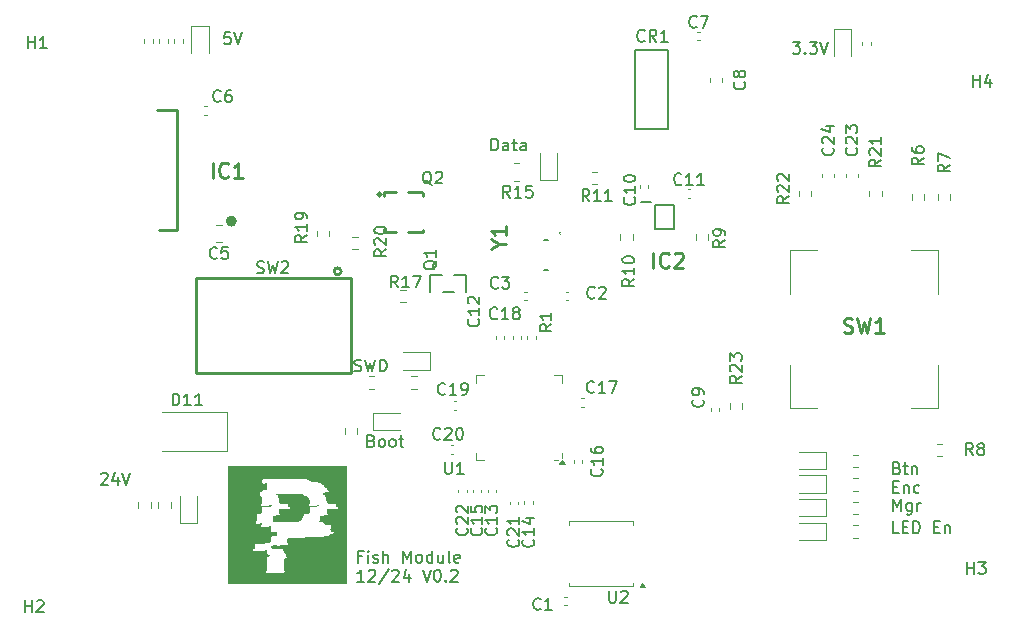
<source format=gbr>
%TF.GenerationSoftware,KiCad,Pcbnew,8.0.2*%
%TF.CreationDate,2024-12-13T17:38:30-06:00*%
%TF.ProjectId,LampBoardModule,4c616d70-426f-4617-9264-4d6f64756c65,rev?*%
%TF.SameCoordinates,Original*%
%TF.FileFunction,Legend,Top*%
%TF.FilePolarity,Positive*%
%FSLAX46Y46*%
G04 Gerber Fmt 4.6, Leading zero omitted, Abs format (unit mm)*
G04 Created by KiCad (PCBNEW 8.0.2) date 2024-12-13 17:38:30*
%MOMM*%
%LPD*%
G01*
G04 APERTURE LIST*
%ADD10C,0.200000*%
%ADD11C,0.150000*%
%ADD12C,0.254000*%
%ADD13C,0.120000*%
%ADD14C,0.500000*%
%ADD15C,0.100000*%
%ADD16C,0.250000*%
%ADD17C,0.000000*%
G04 APERTURE END LIST*
D10*
X60345863Y-79867219D02*
X59869673Y-79867219D01*
X59869673Y-79867219D02*
X59822054Y-80343409D01*
X59822054Y-80343409D02*
X59869673Y-80295790D01*
X59869673Y-80295790D02*
X59964911Y-80248171D01*
X59964911Y-80248171D02*
X60203006Y-80248171D01*
X60203006Y-80248171D02*
X60298244Y-80295790D01*
X60298244Y-80295790D02*
X60345863Y-80343409D01*
X60345863Y-80343409D02*
X60393482Y-80438647D01*
X60393482Y-80438647D02*
X60393482Y-80676742D01*
X60393482Y-80676742D02*
X60345863Y-80771980D01*
X60345863Y-80771980D02*
X60298244Y-80819600D01*
X60298244Y-80819600D02*
X60203006Y-80867219D01*
X60203006Y-80867219D02*
X59964911Y-80867219D01*
X59964911Y-80867219D02*
X59869673Y-80819600D01*
X59869673Y-80819600D02*
X59822054Y-80771980D01*
X60679197Y-79867219D02*
X61012530Y-80867219D01*
X61012530Y-80867219D02*
X61345863Y-79867219D01*
X49422054Y-117262457D02*
X49469673Y-117214838D01*
X49469673Y-117214838D02*
X49564911Y-117167219D01*
X49564911Y-117167219D02*
X49803006Y-117167219D01*
X49803006Y-117167219D02*
X49898244Y-117214838D01*
X49898244Y-117214838D02*
X49945863Y-117262457D01*
X49945863Y-117262457D02*
X49993482Y-117357695D01*
X49993482Y-117357695D02*
X49993482Y-117452933D01*
X49993482Y-117452933D02*
X49945863Y-117595790D01*
X49945863Y-117595790D02*
X49374435Y-118167219D01*
X49374435Y-118167219D02*
X49993482Y-118167219D01*
X50850625Y-117500552D02*
X50850625Y-118167219D01*
X50612530Y-117119600D02*
X50374435Y-117833885D01*
X50374435Y-117833885D02*
X50993482Y-117833885D01*
X51231578Y-117167219D02*
X51564911Y-118167219D01*
X51564911Y-118167219D02*
X51898244Y-117167219D01*
X116945863Y-122267219D02*
X116469673Y-122267219D01*
X116469673Y-122267219D02*
X116469673Y-121267219D01*
X117279197Y-121743409D02*
X117612530Y-121743409D01*
X117755387Y-122267219D02*
X117279197Y-122267219D01*
X117279197Y-122267219D02*
X117279197Y-121267219D01*
X117279197Y-121267219D02*
X117755387Y-121267219D01*
X118183959Y-122267219D02*
X118183959Y-121267219D01*
X118183959Y-121267219D02*
X118422054Y-121267219D01*
X118422054Y-121267219D02*
X118564911Y-121314838D01*
X118564911Y-121314838D02*
X118660149Y-121410076D01*
X118660149Y-121410076D02*
X118707768Y-121505314D01*
X118707768Y-121505314D02*
X118755387Y-121695790D01*
X118755387Y-121695790D02*
X118755387Y-121838647D01*
X118755387Y-121838647D02*
X118707768Y-122029123D01*
X118707768Y-122029123D02*
X118660149Y-122124361D01*
X118660149Y-122124361D02*
X118564911Y-122219600D01*
X118564911Y-122219600D02*
X118422054Y-122267219D01*
X118422054Y-122267219D02*
X118183959Y-122267219D01*
X119945864Y-121743409D02*
X120279197Y-121743409D01*
X120422054Y-122267219D02*
X119945864Y-122267219D01*
X119945864Y-122267219D02*
X119945864Y-121267219D01*
X119945864Y-121267219D02*
X120422054Y-121267219D01*
X120850626Y-121600552D02*
X120850626Y-122267219D01*
X120850626Y-121695790D02*
X120898245Y-121648171D01*
X120898245Y-121648171D02*
X120993483Y-121600552D01*
X120993483Y-121600552D02*
X121136340Y-121600552D01*
X121136340Y-121600552D02*
X121231578Y-121648171D01*
X121231578Y-121648171D02*
X121279197Y-121743409D01*
X121279197Y-121743409D02*
X121279197Y-122267219D01*
X70872054Y-108519600D02*
X71014911Y-108567219D01*
X71014911Y-108567219D02*
X71253006Y-108567219D01*
X71253006Y-108567219D02*
X71348244Y-108519600D01*
X71348244Y-108519600D02*
X71395863Y-108471980D01*
X71395863Y-108471980D02*
X71443482Y-108376742D01*
X71443482Y-108376742D02*
X71443482Y-108281504D01*
X71443482Y-108281504D02*
X71395863Y-108186266D01*
X71395863Y-108186266D02*
X71348244Y-108138647D01*
X71348244Y-108138647D02*
X71253006Y-108091028D01*
X71253006Y-108091028D02*
X71062530Y-108043409D01*
X71062530Y-108043409D02*
X70967292Y-107995790D01*
X70967292Y-107995790D02*
X70919673Y-107948171D01*
X70919673Y-107948171D02*
X70872054Y-107852933D01*
X70872054Y-107852933D02*
X70872054Y-107757695D01*
X70872054Y-107757695D02*
X70919673Y-107662457D01*
X70919673Y-107662457D02*
X70967292Y-107614838D01*
X70967292Y-107614838D02*
X71062530Y-107567219D01*
X71062530Y-107567219D02*
X71300625Y-107567219D01*
X71300625Y-107567219D02*
X71443482Y-107614838D01*
X71776816Y-107567219D02*
X72014911Y-108567219D01*
X72014911Y-108567219D02*
X72205387Y-107852933D01*
X72205387Y-107852933D02*
X72395863Y-108567219D01*
X72395863Y-108567219D02*
X72633959Y-107567219D01*
X73014911Y-108567219D02*
X73014911Y-107567219D01*
X73014911Y-107567219D02*
X73253006Y-107567219D01*
X73253006Y-107567219D02*
X73395863Y-107614838D01*
X73395863Y-107614838D02*
X73491101Y-107710076D01*
X73491101Y-107710076D02*
X73538720Y-107805314D01*
X73538720Y-107805314D02*
X73586339Y-107995790D01*
X73586339Y-107995790D02*
X73586339Y-108138647D01*
X73586339Y-108138647D02*
X73538720Y-108329123D01*
X73538720Y-108329123D02*
X73491101Y-108424361D01*
X73491101Y-108424361D02*
X73395863Y-108519600D01*
X73395863Y-108519600D02*
X73253006Y-108567219D01*
X73253006Y-108567219D02*
X73014911Y-108567219D01*
X72303006Y-114443409D02*
X72445863Y-114491028D01*
X72445863Y-114491028D02*
X72493482Y-114538647D01*
X72493482Y-114538647D02*
X72541101Y-114633885D01*
X72541101Y-114633885D02*
X72541101Y-114776742D01*
X72541101Y-114776742D02*
X72493482Y-114871980D01*
X72493482Y-114871980D02*
X72445863Y-114919600D01*
X72445863Y-114919600D02*
X72350625Y-114967219D01*
X72350625Y-114967219D02*
X71969673Y-114967219D01*
X71969673Y-114967219D02*
X71969673Y-113967219D01*
X71969673Y-113967219D02*
X72303006Y-113967219D01*
X72303006Y-113967219D02*
X72398244Y-114014838D01*
X72398244Y-114014838D02*
X72445863Y-114062457D01*
X72445863Y-114062457D02*
X72493482Y-114157695D01*
X72493482Y-114157695D02*
X72493482Y-114252933D01*
X72493482Y-114252933D02*
X72445863Y-114348171D01*
X72445863Y-114348171D02*
X72398244Y-114395790D01*
X72398244Y-114395790D02*
X72303006Y-114443409D01*
X72303006Y-114443409D02*
X71969673Y-114443409D01*
X73112530Y-114967219D02*
X73017292Y-114919600D01*
X73017292Y-114919600D02*
X72969673Y-114871980D01*
X72969673Y-114871980D02*
X72922054Y-114776742D01*
X72922054Y-114776742D02*
X72922054Y-114491028D01*
X72922054Y-114491028D02*
X72969673Y-114395790D01*
X72969673Y-114395790D02*
X73017292Y-114348171D01*
X73017292Y-114348171D02*
X73112530Y-114300552D01*
X73112530Y-114300552D02*
X73255387Y-114300552D01*
X73255387Y-114300552D02*
X73350625Y-114348171D01*
X73350625Y-114348171D02*
X73398244Y-114395790D01*
X73398244Y-114395790D02*
X73445863Y-114491028D01*
X73445863Y-114491028D02*
X73445863Y-114776742D01*
X73445863Y-114776742D02*
X73398244Y-114871980D01*
X73398244Y-114871980D02*
X73350625Y-114919600D01*
X73350625Y-114919600D02*
X73255387Y-114967219D01*
X73255387Y-114967219D02*
X73112530Y-114967219D01*
X74017292Y-114967219D02*
X73922054Y-114919600D01*
X73922054Y-114919600D02*
X73874435Y-114871980D01*
X73874435Y-114871980D02*
X73826816Y-114776742D01*
X73826816Y-114776742D02*
X73826816Y-114491028D01*
X73826816Y-114491028D02*
X73874435Y-114395790D01*
X73874435Y-114395790D02*
X73922054Y-114348171D01*
X73922054Y-114348171D02*
X74017292Y-114300552D01*
X74017292Y-114300552D02*
X74160149Y-114300552D01*
X74160149Y-114300552D02*
X74255387Y-114348171D01*
X74255387Y-114348171D02*
X74303006Y-114395790D01*
X74303006Y-114395790D02*
X74350625Y-114491028D01*
X74350625Y-114491028D02*
X74350625Y-114776742D01*
X74350625Y-114776742D02*
X74303006Y-114871980D01*
X74303006Y-114871980D02*
X74255387Y-114919600D01*
X74255387Y-114919600D02*
X74160149Y-114967219D01*
X74160149Y-114967219D02*
X74017292Y-114967219D01*
X74636340Y-114300552D02*
X75017292Y-114300552D01*
X74779197Y-113967219D02*
X74779197Y-114824361D01*
X74779197Y-114824361D02*
X74826816Y-114919600D01*
X74826816Y-114919600D02*
X74922054Y-114967219D01*
X74922054Y-114967219D02*
X75017292Y-114967219D01*
X71503006Y-124233465D02*
X71169673Y-124233465D01*
X71169673Y-124757275D02*
X71169673Y-123757275D01*
X71169673Y-123757275D02*
X71645863Y-123757275D01*
X72026816Y-124757275D02*
X72026816Y-124090608D01*
X72026816Y-123757275D02*
X71979197Y-123804894D01*
X71979197Y-123804894D02*
X72026816Y-123852513D01*
X72026816Y-123852513D02*
X72074435Y-123804894D01*
X72074435Y-123804894D02*
X72026816Y-123757275D01*
X72026816Y-123757275D02*
X72026816Y-123852513D01*
X72455387Y-124709656D02*
X72550625Y-124757275D01*
X72550625Y-124757275D02*
X72741101Y-124757275D01*
X72741101Y-124757275D02*
X72836339Y-124709656D01*
X72836339Y-124709656D02*
X72883958Y-124614417D01*
X72883958Y-124614417D02*
X72883958Y-124566798D01*
X72883958Y-124566798D02*
X72836339Y-124471560D01*
X72836339Y-124471560D02*
X72741101Y-124423941D01*
X72741101Y-124423941D02*
X72598244Y-124423941D01*
X72598244Y-124423941D02*
X72503006Y-124376322D01*
X72503006Y-124376322D02*
X72455387Y-124281084D01*
X72455387Y-124281084D02*
X72455387Y-124233465D01*
X72455387Y-124233465D02*
X72503006Y-124138227D01*
X72503006Y-124138227D02*
X72598244Y-124090608D01*
X72598244Y-124090608D02*
X72741101Y-124090608D01*
X72741101Y-124090608D02*
X72836339Y-124138227D01*
X73312530Y-124757275D02*
X73312530Y-123757275D01*
X73741101Y-124757275D02*
X73741101Y-124233465D01*
X73741101Y-124233465D02*
X73693482Y-124138227D01*
X73693482Y-124138227D02*
X73598244Y-124090608D01*
X73598244Y-124090608D02*
X73455387Y-124090608D01*
X73455387Y-124090608D02*
X73360149Y-124138227D01*
X73360149Y-124138227D02*
X73312530Y-124185846D01*
X74979197Y-124757275D02*
X74979197Y-123757275D01*
X74979197Y-123757275D02*
X75312530Y-124471560D01*
X75312530Y-124471560D02*
X75645863Y-123757275D01*
X75645863Y-123757275D02*
X75645863Y-124757275D01*
X76264911Y-124757275D02*
X76169673Y-124709656D01*
X76169673Y-124709656D02*
X76122054Y-124662036D01*
X76122054Y-124662036D02*
X76074435Y-124566798D01*
X76074435Y-124566798D02*
X76074435Y-124281084D01*
X76074435Y-124281084D02*
X76122054Y-124185846D01*
X76122054Y-124185846D02*
X76169673Y-124138227D01*
X76169673Y-124138227D02*
X76264911Y-124090608D01*
X76264911Y-124090608D02*
X76407768Y-124090608D01*
X76407768Y-124090608D02*
X76503006Y-124138227D01*
X76503006Y-124138227D02*
X76550625Y-124185846D01*
X76550625Y-124185846D02*
X76598244Y-124281084D01*
X76598244Y-124281084D02*
X76598244Y-124566798D01*
X76598244Y-124566798D02*
X76550625Y-124662036D01*
X76550625Y-124662036D02*
X76503006Y-124709656D01*
X76503006Y-124709656D02*
X76407768Y-124757275D01*
X76407768Y-124757275D02*
X76264911Y-124757275D01*
X77455387Y-124757275D02*
X77455387Y-123757275D01*
X77455387Y-124709656D02*
X77360149Y-124757275D01*
X77360149Y-124757275D02*
X77169673Y-124757275D01*
X77169673Y-124757275D02*
X77074435Y-124709656D01*
X77074435Y-124709656D02*
X77026816Y-124662036D01*
X77026816Y-124662036D02*
X76979197Y-124566798D01*
X76979197Y-124566798D02*
X76979197Y-124281084D01*
X76979197Y-124281084D02*
X77026816Y-124185846D01*
X77026816Y-124185846D02*
X77074435Y-124138227D01*
X77074435Y-124138227D02*
X77169673Y-124090608D01*
X77169673Y-124090608D02*
X77360149Y-124090608D01*
X77360149Y-124090608D02*
X77455387Y-124138227D01*
X78360149Y-124090608D02*
X78360149Y-124757275D01*
X77931578Y-124090608D02*
X77931578Y-124614417D01*
X77931578Y-124614417D02*
X77979197Y-124709656D01*
X77979197Y-124709656D02*
X78074435Y-124757275D01*
X78074435Y-124757275D02*
X78217292Y-124757275D01*
X78217292Y-124757275D02*
X78312530Y-124709656D01*
X78312530Y-124709656D02*
X78360149Y-124662036D01*
X78979197Y-124757275D02*
X78883959Y-124709656D01*
X78883959Y-124709656D02*
X78836340Y-124614417D01*
X78836340Y-124614417D02*
X78836340Y-123757275D01*
X79741102Y-124709656D02*
X79645864Y-124757275D01*
X79645864Y-124757275D02*
X79455388Y-124757275D01*
X79455388Y-124757275D02*
X79360150Y-124709656D01*
X79360150Y-124709656D02*
X79312531Y-124614417D01*
X79312531Y-124614417D02*
X79312531Y-124233465D01*
X79312531Y-124233465D02*
X79360150Y-124138227D01*
X79360150Y-124138227D02*
X79455388Y-124090608D01*
X79455388Y-124090608D02*
X79645864Y-124090608D01*
X79645864Y-124090608D02*
X79741102Y-124138227D01*
X79741102Y-124138227D02*
X79788721Y-124233465D01*
X79788721Y-124233465D02*
X79788721Y-124328703D01*
X79788721Y-124328703D02*
X79312531Y-124423941D01*
X71693482Y-126367219D02*
X71122054Y-126367219D01*
X71407768Y-126367219D02*
X71407768Y-125367219D01*
X71407768Y-125367219D02*
X71312530Y-125510076D01*
X71312530Y-125510076D02*
X71217292Y-125605314D01*
X71217292Y-125605314D02*
X71122054Y-125652933D01*
X72074435Y-125462457D02*
X72122054Y-125414838D01*
X72122054Y-125414838D02*
X72217292Y-125367219D01*
X72217292Y-125367219D02*
X72455387Y-125367219D01*
X72455387Y-125367219D02*
X72550625Y-125414838D01*
X72550625Y-125414838D02*
X72598244Y-125462457D01*
X72598244Y-125462457D02*
X72645863Y-125557695D01*
X72645863Y-125557695D02*
X72645863Y-125652933D01*
X72645863Y-125652933D02*
X72598244Y-125795790D01*
X72598244Y-125795790D02*
X72026816Y-126367219D01*
X72026816Y-126367219D02*
X72645863Y-126367219D01*
X73788720Y-125319600D02*
X72931578Y-126605314D01*
X74074435Y-125462457D02*
X74122054Y-125414838D01*
X74122054Y-125414838D02*
X74217292Y-125367219D01*
X74217292Y-125367219D02*
X74455387Y-125367219D01*
X74455387Y-125367219D02*
X74550625Y-125414838D01*
X74550625Y-125414838D02*
X74598244Y-125462457D01*
X74598244Y-125462457D02*
X74645863Y-125557695D01*
X74645863Y-125557695D02*
X74645863Y-125652933D01*
X74645863Y-125652933D02*
X74598244Y-125795790D01*
X74598244Y-125795790D02*
X74026816Y-126367219D01*
X74026816Y-126367219D02*
X74645863Y-126367219D01*
X75503006Y-125700552D02*
X75503006Y-126367219D01*
X75264911Y-125319600D02*
X75026816Y-126033885D01*
X75026816Y-126033885D02*
X75645863Y-126033885D01*
X76645864Y-125367219D02*
X76979197Y-126367219D01*
X76979197Y-126367219D02*
X77312530Y-125367219D01*
X77836340Y-125367219D02*
X77931578Y-125367219D01*
X77931578Y-125367219D02*
X78026816Y-125414838D01*
X78026816Y-125414838D02*
X78074435Y-125462457D01*
X78074435Y-125462457D02*
X78122054Y-125557695D01*
X78122054Y-125557695D02*
X78169673Y-125748171D01*
X78169673Y-125748171D02*
X78169673Y-125986266D01*
X78169673Y-125986266D02*
X78122054Y-126176742D01*
X78122054Y-126176742D02*
X78074435Y-126271980D01*
X78074435Y-126271980D02*
X78026816Y-126319600D01*
X78026816Y-126319600D02*
X77931578Y-126367219D01*
X77931578Y-126367219D02*
X77836340Y-126367219D01*
X77836340Y-126367219D02*
X77741102Y-126319600D01*
X77741102Y-126319600D02*
X77693483Y-126271980D01*
X77693483Y-126271980D02*
X77645864Y-126176742D01*
X77645864Y-126176742D02*
X77598245Y-125986266D01*
X77598245Y-125986266D02*
X77598245Y-125748171D01*
X77598245Y-125748171D02*
X77645864Y-125557695D01*
X77645864Y-125557695D02*
X77693483Y-125462457D01*
X77693483Y-125462457D02*
X77741102Y-125414838D01*
X77741102Y-125414838D02*
X77836340Y-125367219D01*
X78598245Y-126271980D02*
X78645864Y-126319600D01*
X78645864Y-126319600D02*
X78598245Y-126367219D01*
X78598245Y-126367219D02*
X78550626Y-126319600D01*
X78550626Y-126319600D02*
X78598245Y-126271980D01*
X78598245Y-126271980D02*
X78598245Y-126367219D01*
X79026816Y-125462457D02*
X79074435Y-125414838D01*
X79074435Y-125414838D02*
X79169673Y-125367219D01*
X79169673Y-125367219D02*
X79407768Y-125367219D01*
X79407768Y-125367219D02*
X79503006Y-125414838D01*
X79503006Y-125414838D02*
X79550625Y-125462457D01*
X79550625Y-125462457D02*
X79598244Y-125557695D01*
X79598244Y-125557695D02*
X79598244Y-125652933D01*
X79598244Y-125652933D02*
X79550625Y-125795790D01*
X79550625Y-125795790D02*
X78979197Y-126367219D01*
X78979197Y-126367219D02*
X79598244Y-126367219D01*
X116469673Y-118343409D02*
X116803006Y-118343409D01*
X116945863Y-118867219D02*
X116469673Y-118867219D01*
X116469673Y-118867219D02*
X116469673Y-117867219D01*
X116469673Y-117867219D02*
X116945863Y-117867219D01*
X117374435Y-118200552D02*
X117374435Y-118867219D01*
X117374435Y-118295790D02*
X117422054Y-118248171D01*
X117422054Y-118248171D02*
X117517292Y-118200552D01*
X117517292Y-118200552D02*
X117660149Y-118200552D01*
X117660149Y-118200552D02*
X117755387Y-118248171D01*
X117755387Y-118248171D02*
X117803006Y-118343409D01*
X117803006Y-118343409D02*
X117803006Y-118867219D01*
X118707768Y-118819600D02*
X118612530Y-118867219D01*
X118612530Y-118867219D02*
X118422054Y-118867219D01*
X118422054Y-118867219D02*
X118326816Y-118819600D01*
X118326816Y-118819600D02*
X118279197Y-118771980D01*
X118279197Y-118771980D02*
X118231578Y-118676742D01*
X118231578Y-118676742D02*
X118231578Y-118391028D01*
X118231578Y-118391028D02*
X118279197Y-118295790D01*
X118279197Y-118295790D02*
X118326816Y-118248171D01*
X118326816Y-118248171D02*
X118422054Y-118200552D01*
X118422054Y-118200552D02*
X118612530Y-118200552D01*
X118612530Y-118200552D02*
X118707768Y-118248171D01*
X107974435Y-80667219D02*
X108593482Y-80667219D01*
X108593482Y-80667219D02*
X108260149Y-81048171D01*
X108260149Y-81048171D02*
X108403006Y-81048171D01*
X108403006Y-81048171D02*
X108498244Y-81095790D01*
X108498244Y-81095790D02*
X108545863Y-81143409D01*
X108545863Y-81143409D02*
X108593482Y-81238647D01*
X108593482Y-81238647D02*
X108593482Y-81476742D01*
X108593482Y-81476742D02*
X108545863Y-81571980D01*
X108545863Y-81571980D02*
X108498244Y-81619600D01*
X108498244Y-81619600D02*
X108403006Y-81667219D01*
X108403006Y-81667219D02*
X108117292Y-81667219D01*
X108117292Y-81667219D02*
X108022054Y-81619600D01*
X108022054Y-81619600D02*
X107974435Y-81571980D01*
X109022054Y-81571980D02*
X109069673Y-81619600D01*
X109069673Y-81619600D02*
X109022054Y-81667219D01*
X109022054Y-81667219D02*
X108974435Y-81619600D01*
X108974435Y-81619600D02*
X109022054Y-81571980D01*
X109022054Y-81571980D02*
X109022054Y-81667219D01*
X109403006Y-80667219D02*
X110022053Y-80667219D01*
X110022053Y-80667219D02*
X109688720Y-81048171D01*
X109688720Y-81048171D02*
X109831577Y-81048171D01*
X109831577Y-81048171D02*
X109926815Y-81095790D01*
X109926815Y-81095790D02*
X109974434Y-81143409D01*
X109974434Y-81143409D02*
X110022053Y-81238647D01*
X110022053Y-81238647D02*
X110022053Y-81476742D01*
X110022053Y-81476742D02*
X109974434Y-81571980D01*
X109974434Y-81571980D02*
X109926815Y-81619600D01*
X109926815Y-81619600D02*
X109831577Y-81667219D01*
X109831577Y-81667219D02*
X109545863Y-81667219D01*
X109545863Y-81667219D02*
X109450625Y-81619600D01*
X109450625Y-81619600D02*
X109403006Y-81571980D01*
X110307768Y-80667219D02*
X110641101Y-81667219D01*
X110641101Y-81667219D02*
X110974434Y-80667219D01*
X116803006Y-116743409D02*
X116945863Y-116791028D01*
X116945863Y-116791028D02*
X116993482Y-116838647D01*
X116993482Y-116838647D02*
X117041101Y-116933885D01*
X117041101Y-116933885D02*
X117041101Y-117076742D01*
X117041101Y-117076742D02*
X116993482Y-117171980D01*
X116993482Y-117171980D02*
X116945863Y-117219600D01*
X116945863Y-117219600D02*
X116850625Y-117267219D01*
X116850625Y-117267219D02*
X116469673Y-117267219D01*
X116469673Y-117267219D02*
X116469673Y-116267219D01*
X116469673Y-116267219D02*
X116803006Y-116267219D01*
X116803006Y-116267219D02*
X116898244Y-116314838D01*
X116898244Y-116314838D02*
X116945863Y-116362457D01*
X116945863Y-116362457D02*
X116993482Y-116457695D01*
X116993482Y-116457695D02*
X116993482Y-116552933D01*
X116993482Y-116552933D02*
X116945863Y-116648171D01*
X116945863Y-116648171D02*
X116898244Y-116695790D01*
X116898244Y-116695790D02*
X116803006Y-116743409D01*
X116803006Y-116743409D02*
X116469673Y-116743409D01*
X117326816Y-116600552D02*
X117707768Y-116600552D01*
X117469673Y-116267219D02*
X117469673Y-117124361D01*
X117469673Y-117124361D02*
X117517292Y-117219600D01*
X117517292Y-117219600D02*
X117612530Y-117267219D01*
X117612530Y-117267219D02*
X117707768Y-117267219D01*
X118041102Y-116600552D02*
X118041102Y-117267219D01*
X118041102Y-116695790D02*
X118088721Y-116648171D01*
X118088721Y-116648171D02*
X118183959Y-116600552D01*
X118183959Y-116600552D02*
X118326816Y-116600552D01*
X118326816Y-116600552D02*
X118422054Y-116648171D01*
X118422054Y-116648171D02*
X118469673Y-116743409D01*
X118469673Y-116743409D02*
X118469673Y-117267219D01*
X82469673Y-89867219D02*
X82469673Y-88867219D01*
X82469673Y-88867219D02*
X82707768Y-88867219D01*
X82707768Y-88867219D02*
X82850625Y-88914838D01*
X82850625Y-88914838D02*
X82945863Y-89010076D01*
X82945863Y-89010076D02*
X82993482Y-89105314D01*
X82993482Y-89105314D02*
X83041101Y-89295790D01*
X83041101Y-89295790D02*
X83041101Y-89438647D01*
X83041101Y-89438647D02*
X82993482Y-89629123D01*
X82993482Y-89629123D02*
X82945863Y-89724361D01*
X82945863Y-89724361D02*
X82850625Y-89819600D01*
X82850625Y-89819600D02*
X82707768Y-89867219D01*
X82707768Y-89867219D02*
X82469673Y-89867219D01*
X83898244Y-89867219D02*
X83898244Y-89343409D01*
X83898244Y-89343409D02*
X83850625Y-89248171D01*
X83850625Y-89248171D02*
X83755387Y-89200552D01*
X83755387Y-89200552D02*
X83564911Y-89200552D01*
X83564911Y-89200552D02*
X83469673Y-89248171D01*
X83898244Y-89819600D02*
X83803006Y-89867219D01*
X83803006Y-89867219D02*
X83564911Y-89867219D01*
X83564911Y-89867219D02*
X83469673Y-89819600D01*
X83469673Y-89819600D02*
X83422054Y-89724361D01*
X83422054Y-89724361D02*
X83422054Y-89629123D01*
X83422054Y-89629123D02*
X83469673Y-89533885D01*
X83469673Y-89533885D02*
X83564911Y-89486266D01*
X83564911Y-89486266D02*
X83803006Y-89486266D01*
X83803006Y-89486266D02*
X83898244Y-89438647D01*
X84231578Y-89200552D02*
X84612530Y-89200552D01*
X84374435Y-88867219D02*
X84374435Y-89724361D01*
X84374435Y-89724361D02*
X84422054Y-89819600D01*
X84422054Y-89819600D02*
X84517292Y-89867219D01*
X84517292Y-89867219D02*
X84612530Y-89867219D01*
X85374435Y-89867219D02*
X85374435Y-89343409D01*
X85374435Y-89343409D02*
X85326816Y-89248171D01*
X85326816Y-89248171D02*
X85231578Y-89200552D01*
X85231578Y-89200552D02*
X85041102Y-89200552D01*
X85041102Y-89200552D02*
X84945864Y-89248171D01*
X85374435Y-89819600D02*
X85279197Y-89867219D01*
X85279197Y-89867219D02*
X85041102Y-89867219D01*
X85041102Y-89867219D02*
X84945864Y-89819600D01*
X84945864Y-89819600D02*
X84898245Y-89724361D01*
X84898245Y-89724361D02*
X84898245Y-89629123D01*
X84898245Y-89629123D02*
X84945864Y-89533885D01*
X84945864Y-89533885D02*
X85041102Y-89486266D01*
X85041102Y-89486266D02*
X85279197Y-89486266D01*
X85279197Y-89486266D02*
X85374435Y-89438647D01*
X116469673Y-120367219D02*
X116469673Y-119367219D01*
X116469673Y-119367219D02*
X116803006Y-120081504D01*
X116803006Y-120081504D02*
X117136339Y-119367219D01*
X117136339Y-119367219D02*
X117136339Y-120367219D01*
X118041101Y-119700552D02*
X118041101Y-120510076D01*
X118041101Y-120510076D02*
X117993482Y-120605314D01*
X117993482Y-120605314D02*
X117945863Y-120652933D01*
X117945863Y-120652933D02*
X117850625Y-120700552D01*
X117850625Y-120700552D02*
X117707768Y-120700552D01*
X117707768Y-120700552D02*
X117612530Y-120652933D01*
X118041101Y-120319600D02*
X117945863Y-120367219D01*
X117945863Y-120367219D02*
X117755387Y-120367219D01*
X117755387Y-120367219D02*
X117660149Y-120319600D01*
X117660149Y-120319600D02*
X117612530Y-120271980D01*
X117612530Y-120271980D02*
X117564911Y-120176742D01*
X117564911Y-120176742D02*
X117564911Y-119891028D01*
X117564911Y-119891028D02*
X117612530Y-119795790D01*
X117612530Y-119795790D02*
X117660149Y-119748171D01*
X117660149Y-119748171D02*
X117755387Y-119700552D01*
X117755387Y-119700552D02*
X117945863Y-119700552D01*
X117945863Y-119700552D02*
X118041101Y-119748171D01*
X118517292Y-120367219D02*
X118517292Y-119700552D01*
X118517292Y-119891028D02*
X118564911Y-119795790D01*
X118564911Y-119795790D02*
X118612530Y-119748171D01*
X118612530Y-119748171D02*
X118707768Y-119700552D01*
X118707768Y-119700552D02*
X118803006Y-119700552D01*
D11*
X119054819Y-90466666D02*
X118578628Y-90799999D01*
X119054819Y-91038094D02*
X118054819Y-91038094D01*
X118054819Y-91038094D02*
X118054819Y-90657142D01*
X118054819Y-90657142D02*
X118102438Y-90561904D01*
X118102438Y-90561904D02*
X118150057Y-90514285D01*
X118150057Y-90514285D02*
X118245295Y-90466666D01*
X118245295Y-90466666D02*
X118388152Y-90466666D01*
X118388152Y-90466666D02*
X118483390Y-90514285D01*
X118483390Y-90514285D02*
X118531009Y-90561904D01*
X118531009Y-90561904D02*
X118578628Y-90657142D01*
X118578628Y-90657142D02*
X118578628Y-91038094D01*
X118054819Y-89609523D02*
X118054819Y-89799999D01*
X118054819Y-89799999D02*
X118102438Y-89895237D01*
X118102438Y-89895237D02*
X118150057Y-89942856D01*
X118150057Y-89942856D02*
X118292914Y-90038094D01*
X118292914Y-90038094D02*
X118483390Y-90085713D01*
X118483390Y-90085713D02*
X118864342Y-90085713D01*
X118864342Y-90085713D02*
X118959580Y-90038094D01*
X118959580Y-90038094D02*
X119007200Y-89990475D01*
X119007200Y-89990475D02*
X119054819Y-89895237D01*
X119054819Y-89895237D02*
X119054819Y-89704761D01*
X119054819Y-89704761D02*
X119007200Y-89609523D01*
X119007200Y-89609523D02*
X118959580Y-89561904D01*
X118959580Y-89561904D02*
X118864342Y-89514285D01*
X118864342Y-89514285D02*
X118626247Y-89514285D01*
X118626247Y-89514285D02*
X118531009Y-89561904D01*
X118531009Y-89561904D02*
X118483390Y-89609523D01*
X118483390Y-89609523D02*
X118435771Y-89704761D01*
X118435771Y-89704761D02*
X118435771Y-89895237D01*
X118435771Y-89895237D02*
X118483390Y-89990475D01*
X118483390Y-89990475D02*
X118531009Y-90038094D01*
X118531009Y-90038094D02*
X118626247Y-90085713D01*
X91208333Y-102309580D02*
X91160714Y-102357200D01*
X91160714Y-102357200D02*
X91017857Y-102404819D01*
X91017857Y-102404819D02*
X90922619Y-102404819D01*
X90922619Y-102404819D02*
X90779762Y-102357200D01*
X90779762Y-102357200D02*
X90684524Y-102261961D01*
X90684524Y-102261961D02*
X90636905Y-102166723D01*
X90636905Y-102166723D02*
X90589286Y-101976247D01*
X90589286Y-101976247D02*
X90589286Y-101833390D01*
X90589286Y-101833390D02*
X90636905Y-101642914D01*
X90636905Y-101642914D02*
X90684524Y-101547676D01*
X90684524Y-101547676D02*
X90779762Y-101452438D01*
X90779762Y-101452438D02*
X90922619Y-101404819D01*
X90922619Y-101404819D02*
X91017857Y-101404819D01*
X91017857Y-101404819D02*
X91160714Y-101452438D01*
X91160714Y-101452438D02*
X91208333Y-101500057D01*
X91589286Y-101500057D02*
X91636905Y-101452438D01*
X91636905Y-101452438D02*
X91732143Y-101404819D01*
X91732143Y-101404819D02*
X91970238Y-101404819D01*
X91970238Y-101404819D02*
X92065476Y-101452438D01*
X92065476Y-101452438D02*
X92113095Y-101500057D01*
X92113095Y-101500057D02*
X92160714Y-101595295D01*
X92160714Y-101595295D02*
X92160714Y-101690533D01*
X92160714Y-101690533D02*
X92113095Y-101833390D01*
X92113095Y-101833390D02*
X91541667Y-102404819D01*
X91541667Y-102404819D02*
X92160714Y-102404819D01*
X86633333Y-128659580D02*
X86585714Y-128707200D01*
X86585714Y-128707200D02*
X86442857Y-128754819D01*
X86442857Y-128754819D02*
X86347619Y-128754819D01*
X86347619Y-128754819D02*
X86204762Y-128707200D01*
X86204762Y-128707200D02*
X86109524Y-128611961D01*
X86109524Y-128611961D02*
X86061905Y-128516723D01*
X86061905Y-128516723D02*
X86014286Y-128326247D01*
X86014286Y-128326247D02*
X86014286Y-128183390D01*
X86014286Y-128183390D02*
X86061905Y-127992914D01*
X86061905Y-127992914D02*
X86109524Y-127897676D01*
X86109524Y-127897676D02*
X86204762Y-127802438D01*
X86204762Y-127802438D02*
X86347619Y-127754819D01*
X86347619Y-127754819D02*
X86442857Y-127754819D01*
X86442857Y-127754819D02*
X86585714Y-127802438D01*
X86585714Y-127802438D02*
X86633333Y-127850057D01*
X87585714Y-128754819D02*
X87014286Y-128754819D01*
X87300000Y-128754819D02*
X87300000Y-127754819D01*
X87300000Y-127754819D02*
X87204762Y-127897676D01*
X87204762Y-127897676D02*
X87109524Y-127992914D01*
X87109524Y-127992914D02*
X87014286Y-128040533D01*
X77850057Y-99195238D02*
X77802438Y-99290476D01*
X77802438Y-99290476D02*
X77707200Y-99385714D01*
X77707200Y-99385714D02*
X77564342Y-99528571D01*
X77564342Y-99528571D02*
X77516723Y-99623809D01*
X77516723Y-99623809D02*
X77516723Y-99719047D01*
X77754819Y-99671428D02*
X77707200Y-99766666D01*
X77707200Y-99766666D02*
X77611961Y-99861904D01*
X77611961Y-99861904D02*
X77421485Y-99909523D01*
X77421485Y-99909523D02*
X77088152Y-99909523D01*
X77088152Y-99909523D02*
X76897676Y-99861904D01*
X76897676Y-99861904D02*
X76802438Y-99766666D01*
X76802438Y-99766666D02*
X76754819Y-99671428D01*
X76754819Y-99671428D02*
X76754819Y-99480952D01*
X76754819Y-99480952D02*
X76802438Y-99385714D01*
X76802438Y-99385714D02*
X76897676Y-99290476D01*
X76897676Y-99290476D02*
X77088152Y-99242857D01*
X77088152Y-99242857D02*
X77421485Y-99242857D01*
X77421485Y-99242857D02*
X77611961Y-99290476D01*
X77611961Y-99290476D02*
X77707200Y-99385714D01*
X77707200Y-99385714D02*
X77754819Y-99480952D01*
X77754819Y-99480952D02*
X77754819Y-99671428D01*
X77754819Y-98290476D02*
X77754819Y-98861904D01*
X77754819Y-98576190D02*
X76754819Y-98576190D01*
X76754819Y-98576190D02*
X76897676Y-98671428D01*
X76897676Y-98671428D02*
X76992914Y-98766666D01*
X76992914Y-98766666D02*
X77040533Y-98861904D01*
D12*
X58860237Y-92174318D02*
X58860237Y-90904318D01*
X60190714Y-92053365D02*
X60130238Y-92113842D01*
X60130238Y-92113842D02*
X59948809Y-92174318D01*
X59948809Y-92174318D02*
X59827857Y-92174318D01*
X59827857Y-92174318D02*
X59646428Y-92113842D01*
X59646428Y-92113842D02*
X59525476Y-91992889D01*
X59525476Y-91992889D02*
X59464999Y-91871937D01*
X59464999Y-91871937D02*
X59404523Y-91630032D01*
X59404523Y-91630032D02*
X59404523Y-91448603D01*
X59404523Y-91448603D02*
X59464999Y-91206699D01*
X59464999Y-91206699D02*
X59525476Y-91085746D01*
X59525476Y-91085746D02*
X59646428Y-90964794D01*
X59646428Y-90964794D02*
X59827857Y-90904318D01*
X59827857Y-90904318D02*
X59948809Y-90904318D01*
X59948809Y-90904318D02*
X60130238Y-90964794D01*
X60130238Y-90964794D02*
X60190714Y-91025270D01*
X61400238Y-92174318D02*
X60674523Y-92174318D01*
X61037380Y-92174318D02*
X61037380Y-90904318D01*
X61037380Y-90904318D02*
X60916428Y-91085746D01*
X60916428Y-91085746D02*
X60795476Y-91206699D01*
X60795476Y-91206699D02*
X60674523Y-91267175D01*
D11*
X107654819Y-93742857D02*
X107178628Y-94076190D01*
X107654819Y-94314285D02*
X106654819Y-94314285D01*
X106654819Y-94314285D02*
X106654819Y-93933333D01*
X106654819Y-93933333D02*
X106702438Y-93838095D01*
X106702438Y-93838095D02*
X106750057Y-93790476D01*
X106750057Y-93790476D02*
X106845295Y-93742857D01*
X106845295Y-93742857D02*
X106988152Y-93742857D01*
X106988152Y-93742857D02*
X107083390Y-93790476D01*
X107083390Y-93790476D02*
X107131009Y-93838095D01*
X107131009Y-93838095D02*
X107178628Y-93933333D01*
X107178628Y-93933333D02*
X107178628Y-94314285D01*
X106750057Y-93361904D02*
X106702438Y-93314285D01*
X106702438Y-93314285D02*
X106654819Y-93219047D01*
X106654819Y-93219047D02*
X106654819Y-92980952D01*
X106654819Y-92980952D02*
X106702438Y-92885714D01*
X106702438Y-92885714D02*
X106750057Y-92838095D01*
X106750057Y-92838095D02*
X106845295Y-92790476D01*
X106845295Y-92790476D02*
X106940533Y-92790476D01*
X106940533Y-92790476D02*
X107083390Y-92838095D01*
X107083390Y-92838095D02*
X107654819Y-93409523D01*
X107654819Y-93409523D02*
X107654819Y-92790476D01*
X106750057Y-92409523D02*
X106702438Y-92361904D01*
X106702438Y-92361904D02*
X106654819Y-92266666D01*
X106654819Y-92266666D02*
X106654819Y-92028571D01*
X106654819Y-92028571D02*
X106702438Y-91933333D01*
X106702438Y-91933333D02*
X106750057Y-91885714D01*
X106750057Y-91885714D02*
X106845295Y-91838095D01*
X106845295Y-91838095D02*
X106940533Y-91838095D01*
X106940533Y-91838095D02*
X107083390Y-91885714D01*
X107083390Y-91885714D02*
X107654819Y-92457142D01*
X107654819Y-92457142D02*
X107654819Y-91838095D01*
X84734580Y-122822857D02*
X84782200Y-122870476D01*
X84782200Y-122870476D02*
X84829819Y-123013333D01*
X84829819Y-123013333D02*
X84829819Y-123108571D01*
X84829819Y-123108571D02*
X84782200Y-123251428D01*
X84782200Y-123251428D02*
X84686961Y-123346666D01*
X84686961Y-123346666D02*
X84591723Y-123394285D01*
X84591723Y-123394285D02*
X84401247Y-123441904D01*
X84401247Y-123441904D02*
X84258390Y-123441904D01*
X84258390Y-123441904D02*
X84067914Y-123394285D01*
X84067914Y-123394285D02*
X83972676Y-123346666D01*
X83972676Y-123346666D02*
X83877438Y-123251428D01*
X83877438Y-123251428D02*
X83829819Y-123108571D01*
X83829819Y-123108571D02*
X83829819Y-123013333D01*
X83829819Y-123013333D02*
X83877438Y-122870476D01*
X83877438Y-122870476D02*
X83925057Y-122822857D01*
X83925057Y-122441904D02*
X83877438Y-122394285D01*
X83877438Y-122394285D02*
X83829819Y-122299047D01*
X83829819Y-122299047D02*
X83829819Y-122060952D01*
X83829819Y-122060952D02*
X83877438Y-121965714D01*
X83877438Y-121965714D02*
X83925057Y-121918095D01*
X83925057Y-121918095D02*
X84020295Y-121870476D01*
X84020295Y-121870476D02*
X84115533Y-121870476D01*
X84115533Y-121870476D02*
X84258390Y-121918095D01*
X84258390Y-121918095D02*
X84829819Y-122489523D01*
X84829819Y-122489523D02*
X84829819Y-121870476D01*
X84829819Y-120918095D02*
X84829819Y-121489523D01*
X84829819Y-121203809D02*
X83829819Y-121203809D01*
X83829819Y-121203809D02*
X83972676Y-121299047D01*
X83972676Y-121299047D02*
X84067914Y-121394285D01*
X84067914Y-121394285D02*
X84115533Y-121489523D01*
X115454819Y-90642857D02*
X114978628Y-90976190D01*
X115454819Y-91214285D02*
X114454819Y-91214285D01*
X114454819Y-91214285D02*
X114454819Y-90833333D01*
X114454819Y-90833333D02*
X114502438Y-90738095D01*
X114502438Y-90738095D02*
X114550057Y-90690476D01*
X114550057Y-90690476D02*
X114645295Y-90642857D01*
X114645295Y-90642857D02*
X114788152Y-90642857D01*
X114788152Y-90642857D02*
X114883390Y-90690476D01*
X114883390Y-90690476D02*
X114931009Y-90738095D01*
X114931009Y-90738095D02*
X114978628Y-90833333D01*
X114978628Y-90833333D02*
X114978628Y-91214285D01*
X114550057Y-90261904D02*
X114502438Y-90214285D01*
X114502438Y-90214285D02*
X114454819Y-90119047D01*
X114454819Y-90119047D02*
X114454819Y-89880952D01*
X114454819Y-89880952D02*
X114502438Y-89785714D01*
X114502438Y-89785714D02*
X114550057Y-89738095D01*
X114550057Y-89738095D02*
X114645295Y-89690476D01*
X114645295Y-89690476D02*
X114740533Y-89690476D01*
X114740533Y-89690476D02*
X114883390Y-89738095D01*
X114883390Y-89738095D02*
X115454819Y-90309523D01*
X115454819Y-90309523D02*
X115454819Y-89690476D01*
X115454819Y-88738095D02*
X115454819Y-89309523D01*
X115454819Y-89023809D02*
X114454819Y-89023809D01*
X114454819Y-89023809D02*
X114597676Y-89119047D01*
X114597676Y-89119047D02*
X114692914Y-89214285D01*
X114692914Y-89214285D02*
X114740533Y-89309523D01*
X123233333Y-115654819D02*
X122900000Y-115178628D01*
X122661905Y-115654819D02*
X122661905Y-114654819D01*
X122661905Y-114654819D02*
X123042857Y-114654819D01*
X123042857Y-114654819D02*
X123138095Y-114702438D01*
X123138095Y-114702438D02*
X123185714Y-114750057D01*
X123185714Y-114750057D02*
X123233333Y-114845295D01*
X123233333Y-114845295D02*
X123233333Y-114988152D01*
X123233333Y-114988152D02*
X123185714Y-115083390D01*
X123185714Y-115083390D02*
X123138095Y-115131009D01*
X123138095Y-115131009D02*
X123042857Y-115178628D01*
X123042857Y-115178628D02*
X122661905Y-115178628D01*
X123804762Y-115083390D02*
X123709524Y-115035771D01*
X123709524Y-115035771D02*
X123661905Y-114988152D01*
X123661905Y-114988152D02*
X123614286Y-114892914D01*
X123614286Y-114892914D02*
X123614286Y-114845295D01*
X123614286Y-114845295D02*
X123661905Y-114750057D01*
X123661905Y-114750057D02*
X123709524Y-114702438D01*
X123709524Y-114702438D02*
X123804762Y-114654819D01*
X123804762Y-114654819D02*
X123995238Y-114654819D01*
X123995238Y-114654819D02*
X124090476Y-114702438D01*
X124090476Y-114702438D02*
X124138095Y-114750057D01*
X124138095Y-114750057D02*
X124185714Y-114845295D01*
X124185714Y-114845295D02*
X124185714Y-114892914D01*
X124185714Y-114892914D02*
X124138095Y-114988152D01*
X124138095Y-114988152D02*
X124090476Y-115035771D01*
X124090476Y-115035771D02*
X123995238Y-115083390D01*
X123995238Y-115083390D02*
X123804762Y-115083390D01*
X123804762Y-115083390D02*
X123709524Y-115131009D01*
X123709524Y-115131009D02*
X123661905Y-115178628D01*
X123661905Y-115178628D02*
X123614286Y-115273866D01*
X123614286Y-115273866D02*
X123614286Y-115464342D01*
X123614286Y-115464342D02*
X123661905Y-115559580D01*
X123661905Y-115559580D02*
X123709524Y-115607200D01*
X123709524Y-115607200D02*
X123804762Y-115654819D01*
X123804762Y-115654819D02*
X123995238Y-115654819D01*
X123995238Y-115654819D02*
X124090476Y-115607200D01*
X124090476Y-115607200D02*
X124138095Y-115559580D01*
X124138095Y-115559580D02*
X124185714Y-115464342D01*
X124185714Y-115464342D02*
X124185714Y-115273866D01*
X124185714Y-115273866D02*
X124138095Y-115178628D01*
X124138095Y-115178628D02*
X124090476Y-115131009D01*
X124090476Y-115131009D02*
X123995238Y-115083390D01*
D12*
X112306666Y-105263842D02*
X112488095Y-105324318D01*
X112488095Y-105324318D02*
X112790476Y-105324318D01*
X112790476Y-105324318D02*
X112911428Y-105263842D01*
X112911428Y-105263842D02*
X112971904Y-105203365D01*
X112971904Y-105203365D02*
X113032381Y-105082413D01*
X113032381Y-105082413D02*
X113032381Y-104961461D01*
X113032381Y-104961461D02*
X112971904Y-104840508D01*
X112971904Y-104840508D02*
X112911428Y-104780032D01*
X112911428Y-104780032D02*
X112790476Y-104719556D01*
X112790476Y-104719556D02*
X112548571Y-104659080D01*
X112548571Y-104659080D02*
X112427619Y-104598603D01*
X112427619Y-104598603D02*
X112367142Y-104538127D01*
X112367142Y-104538127D02*
X112306666Y-104417175D01*
X112306666Y-104417175D02*
X112306666Y-104296222D01*
X112306666Y-104296222D02*
X112367142Y-104175270D01*
X112367142Y-104175270D02*
X112427619Y-104114794D01*
X112427619Y-104114794D02*
X112548571Y-104054318D01*
X112548571Y-104054318D02*
X112850952Y-104054318D01*
X112850952Y-104054318D02*
X113032381Y-104114794D01*
X113455714Y-104054318D02*
X113758095Y-105324318D01*
X113758095Y-105324318D02*
X114000000Y-104417175D01*
X114000000Y-104417175D02*
X114241905Y-105324318D01*
X114241905Y-105324318D02*
X114544286Y-104054318D01*
X115693334Y-105324318D02*
X114967619Y-105324318D01*
X115330476Y-105324318D02*
X115330476Y-104054318D01*
X115330476Y-104054318D02*
X115209524Y-104235746D01*
X115209524Y-104235746D02*
X115088572Y-104356699D01*
X115088572Y-104356699D02*
X114967619Y-104417175D01*
D11*
X113359580Y-89642857D02*
X113407200Y-89690476D01*
X113407200Y-89690476D02*
X113454819Y-89833333D01*
X113454819Y-89833333D02*
X113454819Y-89928571D01*
X113454819Y-89928571D02*
X113407200Y-90071428D01*
X113407200Y-90071428D02*
X113311961Y-90166666D01*
X113311961Y-90166666D02*
X113216723Y-90214285D01*
X113216723Y-90214285D02*
X113026247Y-90261904D01*
X113026247Y-90261904D02*
X112883390Y-90261904D01*
X112883390Y-90261904D02*
X112692914Y-90214285D01*
X112692914Y-90214285D02*
X112597676Y-90166666D01*
X112597676Y-90166666D02*
X112502438Y-90071428D01*
X112502438Y-90071428D02*
X112454819Y-89928571D01*
X112454819Y-89928571D02*
X112454819Y-89833333D01*
X112454819Y-89833333D02*
X112502438Y-89690476D01*
X112502438Y-89690476D02*
X112550057Y-89642857D01*
X112550057Y-89261904D02*
X112502438Y-89214285D01*
X112502438Y-89214285D02*
X112454819Y-89119047D01*
X112454819Y-89119047D02*
X112454819Y-88880952D01*
X112454819Y-88880952D02*
X112502438Y-88785714D01*
X112502438Y-88785714D02*
X112550057Y-88738095D01*
X112550057Y-88738095D02*
X112645295Y-88690476D01*
X112645295Y-88690476D02*
X112740533Y-88690476D01*
X112740533Y-88690476D02*
X112883390Y-88738095D01*
X112883390Y-88738095D02*
X113454819Y-89309523D01*
X113454819Y-89309523D02*
X113454819Y-88690476D01*
X112454819Y-88357142D02*
X112454819Y-87738095D01*
X112454819Y-87738095D02*
X112835771Y-88071428D01*
X112835771Y-88071428D02*
X112835771Y-87928571D01*
X112835771Y-87928571D02*
X112883390Y-87833333D01*
X112883390Y-87833333D02*
X112931009Y-87785714D01*
X112931009Y-87785714D02*
X113026247Y-87738095D01*
X113026247Y-87738095D02*
X113264342Y-87738095D01*
X113264342Y-87738095D02*
X113359580Y-87785714D01*
X113359580Y-87785714D02*
X113407200Y-87833333D01*
X113407200Y-87833333D02*
X113454819Y-87928571D01*
X113454819Y-87928571D02*
X113454819Y-88214285D01*
X113454819Y-88214285D02*
X113407200Y-88309523D01*
X113407200Y-88309523D02*
X113359580Y-88357142D01*
X81359580Y-104142857D02*
X81407200Y-104190476D01*
X81407200Y-104190476D02*
X81454819Y-104333333D01*
X81454819Y-104333333D02*
X81454819Y-104428571D01*
X81454819Y-104428571D02*
X81407200Y-104571428D01*
X81407200Y-104571428D02*
X81311961Y-104666666D01*
X81311961Y-104666666D02*
X81216723Y-104714285D01*
X81216723Y-104714285D02*
X81026247Y-104761904D01*
X81026247Y-104761904D02*
X80883390Y-104761904D01*
X80883390Y-104761904D02*
X80692914Y-104714285D01*
X80692914Y-104714285D02*
X80597676Y-104666666D01*
X80597676Y-104666666D02*
X80502438Y-104571428D01*
X80502438Y-104571428D02*
X80454819Y-104428571D01*
X80454819Y-104428571D02*
X80454819Y-104333333D01*
X80454819Y-104333333D02*
X80502438Y-104190476D01*
X80502438Y-104190476D02*
X80550057Y-104142857D01*
X81454819Y-103190476D02*
X81454819Y-103761904D01*
X81454819Y-103476190D02*
X80454819Y-103476190D01*
X80454819Y-103476190D02*
X80597676Y-103571428D01*
X80597676Y-103571428D02*
X80692914Y-103666666D01*
X80692914Y-103666666D02*
X80740533Y-103761904D01*
X80550057Y-102809523D02*
X80502438Y-102761904D01*
X80502438Y-102761904D02*
X80454819Y-102666666D01*
X80454819Y-102666666D02*
X80454819Y-102428571D01*
X80454819Y-102428571D02*
X80502438Y-102333333D01*
X80502438Y-102333333D02*
X80550057Y-102285714D01*
X80550057Y-102285714D02*
X80645295Y-102238095D01*
X80645295Y-102238095D02*
X80740533Y-102238095D01*
X80740533Y-102238095D02*
X80883390Y-102285714D01*
X80883390Y-102285714D02*
X81454819Y-102857142D01*
X81454819Y-102857142D02*
X81454819Y-102238095D01*
X100359580Y-110966666D02*
X100407200Y-111014285D01*
X100407200Y-111014285D02*
X100454819Y-111157142D01*
X100454819Y-111157142D02*
X100454819Y-111252380D01*
X100454819Y-111252380D02*
X100407200Y-111395237D01*
X100407200Y-111395237D02*
X100311961Y-111490475D01*
X100311961Y-111490475D02*
X100216723Y-111538094D01*
X100216723Y-111538094D02*
X100026247Y-111585713D01*
X100026247Y-111585713D02*
X99883390Y-111585713D01*
X99883390Y-111585713D02*
X99692914Y-111538094D01*
X99692914Y-111538094D02*
X99597676Y-111490475D01*
X99597676Y-111490475D02*
X99502438Y-111395237D01*
X99502438Y-111395237D02*
X99454819Y-111252380D01*
X99454819Y-111252380D02*
X99454819Y-111157142D01*
X99454819Y-111157142D02*
X99502438Y-111014285D01*
X99502438Y-111014285D02*
X99550057Y-110966666D01*
X100454819Y-110490475D02*
X100454819Y-110299999D01*
X100454819Y-110299999D02*
X100407200Y-110204761D01*
X100407200Y-110204761D02*
X100359580Y-110157142D01*
X100359580Y-110157142D02*
X100216723Y-110061904D01*
X100216723Y-110061904D02*
X100026247Y-110014285D01*
X100026247Y-110014285D02*
X99645295Y-110014285D01*
X99645295Y-110014285D02*
X99550057Y-110061904D01*
X99550057Y-110061904D02*
X99502438Y-110109523D01*
X99502438Y-110109523D02*
X99454819Y-110204761D01*
X99454819Y-110204761D02*
X99454819Y-110395237D01*
X99454819Y-110395237D02*
X99502438Y-110490475D01*
X99502438Y-110490475D02*
X99550057Y-110538094D01*
X99550057Y-110538094D02*
X99645295Y-110585713D01*
X99645295Y-110585713D02*
X99883390Y-110585713D01*
X99883390Y-110585713D02*
X99978628Y-110538094D01*
X99978628Y-110538094D02*
X100026247Y-110490475D01*
X100026247Y-110490475D02*
X100073866Y-110395237D01*
X100073866Y-110395237D02*
X100073866Y-110204761D01*
X100073866Y-110204761D02*
X100026247Y-110109523D01*
X100026247Y-110109523D02*
X99978628Y-110061904D01*
X99978628Y-110061904D02*
X99883390Y-110014285D01*
X81609580Y-121842857D02*
X81657200Y-121890476D01*
X81657200Y-121890476D02*
X81704819Y-122033333D01*
X81704819Y-122033333D02*
X81704819Y-122128571D01*
X81704819Y-122128571D02*
X81657200Y-122271428D01*
X81657200Y-122271428D02*
X81561961Y-122366666D01*
X81561961Y-122366666D02*
X81466723Y-122414285D01*
X81466723Y-122414285D02*
X81276247Y-122461904D01*
X81276247Y-122461904D02*
X81133390Y-122461904D01*
X81133390Y-122461904D02*
X80942914Y-122414285D01*
X80942914Y-122414285D02*
X80847676Y-122366666D01*
X80847676Y-122366666D02*
X80752438Y-122271428D01*
X80752438Y-122271428D02*
X80704819Y-122128571D01*
X80704819Y-122128571D02*
X80704819Y-122033333D01*
X80704819Y-122033333D02*
X80752438Y-121890476D01*
X80752438Y-121890476D02*
X80800057Y-121842857D01*
X81704819Y-120890476D02*
X81704819Y-121461904D01*
X81704819Y-121176190D02*
X80704819Y-121176190D01*
X80704819Y-121176190D02*
X80847676Y-121271428D01*
X80847676Y-121271428D02*
X80942914Y-121366666D01*
X80942914Y-121366666D02*
X80990533Y-121461904D01*
X80704819Y-119985714D02*
X80704819Y-120461904D01*
X80704819Y-120461904D02*
X81181009Y-120509523D01*
X81181009Y-120509523D02*
X81133390Y-120461904D01*
X81133390Y-120461904D02*
X81085771Y-120366666D01*
X81085771Y-120366666D02*
X81085771Y-120128571D01*
X81085771Y-120128571D02*
X81133390Y-120033333D01*
X81133390Y-120033333D02*
X81181009Y-119985714D01*
X81181009Y-119985714D02*
X81276247Y-119938095D01*
X81276247Y-119938095D02*
X81514342Y-119938095D01*
X81514342Y-119938095D02*
X81609580Y-119985714D01*
X81609580Y-119985714D02*
X81657200Y-120033333D01*
X81657200Y-120033333D02*
X81704819Y-120128571D01*
X81704819Y-120128571D02*
X81704819Y-120366666D01*
X81704819Y-120366666D02*
X81657200Y-120461904D01*
X81657200Y-120461904D02*
X81609580Y-120509523D01*
X85984580Y-122822857D02*
X86032200Y-122870476D01*
X86032200Y-122870476D02*
X86079819Y-123013333D01*
X86079819Y-123013333D02*
X86079819Y-123108571D01*
X86079819Y-123108571D02*
X86032200Y-123251428D01*
X86032200Y-123251428D02*
X85936961Y-123346666D01*
X85936961Y-123346666D02*
X85841723Y-123394285D01*
X85841723Y-123394285D02*
X85651247Y-123441904D01*
X85651247Y-123441904D02*
X85508390Y-123441904D01*
X85508390Y-123441904D02*
X85317914Y-123394285D01*
X85317914Y-123394285D02*
X85222676Y-123346666D01*
X85222676Y-123346666D02*
X85127438Y-123251428D01*
X85127438Y-123251428D02*
X85079819Y-123108571D01*
X85079819Y-123108571D02*
X85079819Y-123013333D01*
X85079819Y-123013333D02*
X85127438Y-122870476D01*
X85127438Y-122870476D02*
X85175057Y-122822857D01*
X86079819Y-121870476D02*
X86079819Y-122441904D01*
X86079819Y-122156190D02*
X85079819Y-122156190D01*
X85079819Y-122156190D02*
X85222676Y-122251428D01*
X85222676Y-122251428D02*
X85317914Y-122346666D01*
X85317914Y-122346666D02*
X85365533Y-122441904D01*
X85413152Y-121013333D02*
X86079819Y-121013333D01*
X85032200Y-121251428D02*
X85746485Y-121489523D01*
X85746485Y-121489523D02*
X85746485Y-120870476D01*
X55485714Y-111454819D02*
X55485714Y-110454819D01*
X55485714Y-110454819D02*
X55723809Y-110454819D01*
X55723809Y-110454819D02*
X55866666Y-110502438D01*
X55866666Y-110502438D02*
X55961904Y-110597676D01*
X55961904Y-110597676D02*
X56009523Y-110692914D01*
X56009523Y-110692914D02*
X56057142Y-110883390D01*
X56057142Y-110883390D02*
X56057142Y-111026247D01*
X56057142Y-111026247D02*
X56009523Y-111216723D01*
X56009523Y-111216723D02*
X55961904Y-111311961D01*
X55961904Y-111311961D02*
X55866666Y-111407200D01*
X55866666Y-111407200D02*
X55723809Y-111454819D01*
X55723809Y-111454819D02*
X55485714Y-111454819D01*
X57009523Y-111454819D02*
X56438095Y-111454819D01*
X56723809Y-111454819D02*
X56723809Y-110454819D01*
X56723809Y-110454819D02*
X56628571Y-110597676D01*
X56628571Y-110597676D02*
X56533333Y-110692914D01*
X56533333Y-110692914D02*
X56438095Y-110740533D01*
X57961904Y-111454819D02*
X57390476Y-111454819D01*
X57676190Y-111454819D02*
X57676190Y-110454819D01*
X57676190Y-110454819D02*
X57580952Y-110597676D01*
X57580952Y-110597676D02*
X57485714Y-110692914D01*
X57485714Y-110692914D02*
X57390476Y-110740533D01*
X87554819Y-104566666D02*
X87078628Y-104899999D01*
X87554819Y-105138094D02*
X86554819Y-105138094D01*
X86554819Y-105138094D02*
X86554819Y-104757142D01*
X86554819Y-104757142D02*
X86602438Y-104661904D01*
X86602438Y-104661904D02*
X86650057Y-104614285D01*
X86650057Y-104614285D02*
X86745295Y-104566666D01*
X86745295Y-104566666D02*
X86888152Y-104566666D01*
X86888152Y-104566666D02*
X86983390Y-104614285D01*
X86983390Y-104614285D02*
X87031009Y-104661904D01*
X87031009Y-104661904D02*
X87078628Y-104757142D01*
X87078628Y-104757142D02*
X87078628Y-105138094D01*
X87554819Y-103614285D02*
X87554819Y-104185713D01*
X87554819Y-103899999D02*
X86554819Y-103899999D01*
X86554819Y-103899999D02*
X86697676Y-103995237D01*
X86697676Y-103995237D02*
X86792914Y-104090475D01*
X86792914Y-104090475D02*
X86840533Y-104185713D01*
X74557142Y-101454819D02*
X74223809Y-100978628D01*
X73985714Y-101454819D02*
X73985714Y-100454819D01*
X73985714Y-100454819D02*
X74366666Y-100454819D01*
X74366666Y-100454819D02*
X74461904Y-100502438D01*
X74461904Y-100502438D02*
X74509523Y-100550057D01*
X74509523Y-100550057D02*
X74557142Y-100645295D01*
X74557142Y-100645295D02*
X74557142Y-100788152D01*
X74557142Y-100788152D02*
X74509523Y-100883390D01*
X74509523Y-100883390D02*
X74461904Y-100931009D01*
X74461904Y-100931009D02*
X74366666Y-100978628D01*
X74366666Y-100978628D02*
X73985714Y-100978628D01*
X75509523Y-101454819D02*
X74938095Y-101454819D01*
X75223809Y-101454819D02*
X75223809Y-100454819D01*
X75223809Y-100454819D02*
X75128571Y-100597676D01*
X75128571Y-100597676D02*
X75033333Y-100692914D01*
X75033333Y-100692914D02*
X74938095Y-100740533D01*
X75842857Y-100454819D02*
X76509523Y-100454819D01*
X76509523Y-100454819D02*
X76080952Y-101454819D01*
X92438095Y-127154819D02*
X92438095Y-127964342D01*
X92438095Y-127964342D02*
X92485714Y-128059580D01*
X92485714Y-128059580D02*
X92533333Y-128107200D01*
X92533333Y-128107200D02*
X92628571Y-128154819D01*
X92628571Y-128154819D02*
X92819047Y-128154819D01*
X92819047Y-128154819D02*
X92914285Y-128107200D01*
X92914285Y-128107200D02*
X92961904Y-128059580D01*
X92961904Y-128059580D02*
X93009523Y-127964342D01*
X93009523Y-127964342D02*
X93009523Y-127154819D01*
X93438095Y-127250057D02*
X93485714Y-127202438D01*
X93485714Y-127202438D02*
X93580952Y-127154819D01*
X93580952Y-127154819D02*
X93819047Y-127154819D01*
X93819047Y-127154819D02*
X93914285Y-127202438D01*
X93914285Y-127202438D02*
X93961904Y-127250057D01*
X93961904Y-127250057D02*
X94009523Y-127345295D01*
X94009523Y-127345295D02*
X94009523Y-127440533D01*
X94009523Y-127440533D02*
X93961904Y-127583390D01*
X93961904Y-127583390D02*
X93390476Y-128154819D01*
X93390476Y-128154819D02*
X94009523Y-128154819D01*
X122738095Y-125704819D02*
X122738095Y-124704819D01*
X122738095Y-125181009D02*
X123309523Y-125181009D01*
X123309523Y-125704819D02*
X123309523Y-124704819D01*
X123690476Y-124704819D02*
X124309523Y-124704819D01*
X124309523Y-124704819D02*
X123976190Y-125085771D01*
X123976190Y-125085771D02*
X124119047Y-125085771D01*
X124119047Y-125085771D02*
X124214285Y-125133390D01*
X124214285Y-125133390D02*
X124261904Y-125181009D01*
X124261904Y-125181009D02*
X124309523Y-125276247D01*
X124309523Y-125276247D02*
X124309523Y-125514342D01*
X124309523Y-125514342D02*
X124261904Y-125609580D01*
X124261904Y-125609580D02*
X124214285Y-125657200D01*
X124214285Y-125657200D02*
X124119047Y-125704819D01*
X124119047Y-125704819D02*
X123833333Y-125704819D01*
X123833333Y-125704819D02*
X123738095Y-125657200D01*
X123738095Y-125657200D02*
X123690476Y-125609580D01*
X111359580Y-89642857D02*
X111407200Y-89690476D01*
X111407200Y-89690476D02*
X111454819Y-89833333D01*
X111454819Y-89833333D02*
X111454819Y-89928571D01*
X111454819Y-89928571D02*
X111407200Y-90071428D01*
X111407200Y-90071428D02*
X111311961Y-90166666D01*
X111311961Y-90166666D02*
X111216723Y-90214285D01*
X111216723Y-90214285D02*
X111026247Y-90261904D01*
X111026247Y-90261904D02*
X110883390Y-90261904D01*
X110883390Y-90261904D02*
X110692914Y-90214285D01*
X110692914Y-90214285D02*
X110597676Y-90166666D01*
X110597676Y-90166666D02*
X110502438Y-90071428D01*
X110502438Y-90071428D02*
X110454819Y-89928571D01*
X110454819Y-89928571D02*
X110454819Y-89833333D01*
X110454819Y-89833333D02*
X110502438Y-89690476D01*
X110502438Y-89690476D02*
X110550057Y-89642857D01*
X110550057Y-89261904D02*
X110502438Y-89214285D01*
X110502438Y-89214285D02*
X110454819Y-89119047D01*
X110454819Y-89119047D02*
X110454819Y-88880952D01*
X110454819Y-88880952D02*
X110502438Y-88785714D01*
X110502438Y-88785714D02*
X110550057Y-88738095D01*
X110550057Y-88738095D02*
X110645295Y-88690476D01*
X110645295Y-88690476D02*
X110740533Y-88690476D01*
X110740533Y-88690476D02*
X110883390Y-88738095D01*
X110883390Y-88738095D02*
X111454819Y-89309523D01*
X111454819Y-89309523D02*
X111454819Y-88690476D01*
X110788152Y-87833333D02*
X111454819Y-87833333D01*
X110407200Y-88071428D02*
X111121485Y-88309523D01*
X111121485Y-88309523D02*
X111121485Y-87690476D01*
X91157142Y-110309580D02*
X91109523Y-110357200D01*
X91109523Y-110357200D02*
X90966666Y-110404819D01*
X90966666Y-110404819D02*
X90871428Y-110404819D01*
X90871428Y-110404819D02*
X90728571Y-110357200D01*
X90728571Y-110357200D02*
X90633333Y-110261961D01*
X90633333Y-110261961D02*
X90585714Y-110166723D01*
X90585714Y-110166723D02*
X90538095Y-109976247D01*
X90538095Y-109976247D02*
X90538095Y-109833390D01*
X90538095Y-109833390D02*
X90585714Y-109642914D01*
X90585714Y-109642914D02*
X90633333Y-109547676D01*
X90633333Y-109547676D02*
X90728571Y-109452438D01*
X90728571Y-109452438D02*
X90871428Y-109404819D01*
X90871428Y-109404819D02*
X90966666Y-109404819D01*
X90966666Y-109404819D02*
X91109523Y-109452438D01*
X91109523Y-109452438D02*
X91157142Y-109500057D01*
X92109523Y-110404819D02*
X91538095Y-110404819D01*
X91823809Y-110404819D02*
X91823809Y-109404819D01*
X91823809Y-109404819D02*
X91728571Y-109547676D01*
X91728571Y-109547676D02*
X91633333Y-109642914D01*
X91633333Y-109642914D02*
X91538095Y-109690533D01*
X92442857Y-109404819D02*
X93109523Y-109404819D01*
X93109523Y-109404819D02*
X92680952Y-110404819D01*
X59533333Y-85659580D02*
X59485714Y-85707200D01*
X59485714Y-85707200D02*
X59342857Y-85754819D01*
X59342857Y-85754819D02*
X59247619Y-85754819D01*
X59247619Y-85754819D02*
X59104762Y-85707200D01*
X59104762Y-85707200D02*
X59009524Y-85611961D01*
X59009524Y-85611961D02*
X58961905Y-85516723D01*
X58961905Y-85516723D02*
X58914286Y-85326247D01*
X58914286Y-85326247D02*
X58914286Y-85183390D01*
X58914286Y-85183390D02*
X58961905Y-84992914D01*
X58961905Y-84992914D02*
X59009524Y-84897676D01*
X59009524Y-84897676D02*
X59104762Y-84802438D01*
X59104762Y-84802438D02*
X59247619Y-84754819D01*
X59247619Y-84754819D02*
X59342857Y-84754819D01*
X59342857Y-84754819D02*
X59485714Y-84802438D01*
X59485714Y-84802438D02*
X59533333Y-84850057D01*
X60390476Y-84754819D02*
X60200000Y-84754819D01*
X60200000Y-84754819D02*
X60104762Y-84802438D01*
X60104762Y-84802438D02*
X60057143Y-84850057D01*
X60057143Y-84850057D02*
X59961905Y-84992914D01*
X59961905Y-84992914D02*
X59914286Y-85183390D01*
X59914286Y-85183390D02*
X59914286Y-85564342D01*
X59914286Y-85564342D02*
X59961905Y-85659580D01*
X59961905Y-85659580D02*
X60009524Y-85707200D01*
X60009524Y-85707200D02*
X60104762Y-85754819D01*
X60104762Y-85754819D02*
X60295238Y-85754819D01*
X60295238Y-85754819D02*
X60390476Y-85707200D01*
X60390476Y-85707200D02*
X60438095Y-85659580D01*
X60438095Y-85659580D02*
X60485714Y-85564342D01*
X60485714Y-85564342D02*
X60485714Y-85326247D01*
X60485714Y-85326247D02*
X60438095Y-85231009D01*
X60438095Y-85231009D02*
X60390476Y-85183390D01*
X60390476Y-85183390D02*
X60295238Y-85135771D01*
X60295238Y-85135771D02*
X60104762Y-85135771D01*
X60104762Y-85135771D02*
X60009524Y-85183390D01*
X60009524Y-85183390D02*
X59961905Y-85231009D01*
X59961905Y-85231009D02*
X59914286Y-85326247D01*
X102254819Y-97466666D02*
X101778628Y-97799999D01*
X102254819Y-98038094D02*
X101254819Y-98038094D01*
X101254819Y-98038094D02*
X101254819Y-97657142D01*
X101254819Y-97657142D02*
X101302438Y-97561904D01*
X101302438Y-97561904D02*
X101350057Y-97514285D01*
X101350057Y-97514285D02*
X101445295Y-97466666D01*
X101445295Y-97466666D02*
X101588152Y-97466666D01*
X101588152Y-97466666D02*
X101683390Y-97514285D01*
X101683390Y-97514285D02*
X101731009Y-97561904D01*
X101731009Y-97561904D02*
X101778628Y-97657142D01*
X101778628Y-97657142D02*
X101778628Y-98038094D01*
X102254819Y-96990475D02*
X102254819Y-96799999D01*
X102254819Y-96799999D02*
X102207200Y-96704761D01*
X102207200Y-96704761D02*
X102159580Y-96657142D01*
X102159580Y-96657142D02*
X102016723Y-96561904D01*
X102016723Y-96561904D02*
X101826247Y-96514285D01*
X101826247Y-96514285D02*
X101445295Y-96514285D01*
X101445295Y-96514285D02*
X101350057Y-96561904D01*
X101350057Y-96561904D02*
X101302438Y-96609523D01*
X101302438Y-96609523D02*
X101254819Y-96704761D01*
X101254819Y-96704761D02*
X101254819Y-96895237D01*
X101254819Y-96895237D02*
X101302438Y-96990475D01*
X101302438Y-96990475D02*
X101350057Y-97038094D01*
X101350057Y-97038094D02*
X101445295Y-97085713D01*
X101445295Y-97085713D02*
X101683390Y-97085713D01*
X101683390Y-97085713D02*
X101778628Y-97038094D01*
X101778628Y-97038094D02*
X101826247Y-96990475D01*
X101826247Y-96990475D02*
X101873866Y-96895237D01*
X101873866Y-96895237D02*
X101873866Y-96704761D01*
X101873866Y-96704761D02*
X101826247Y-96609523D01*
X101826247Y-96609523D02*
X101778628Y-96561904D01*
X101778628Y-96561904D02*
X101683390Y-96514285D01*
X83033333Y-101459580D02*
X82985714Y-101507200D01*
X82985714Y-101507200D02*
X82842857Y-101554819D01*
X82842857Y-101554819D02*
X82747619Y-101554819D01*
X82747619Y-101554819D02*
X82604762Y-101507200D01*
X82604762Y-101507200D02*
X82509524Y-101411961D01*
X82509524Y-101411961D02*
X82461905Y-101316723D01*
X82461905Y-101316723D02*
X82414286Y-101126247D01*
X82414286Y-101126247D02*
X82414286Y-100983390D01*
X82414286Y-100983390D02*
X82461905Y-100792914D01*
X82461905Y-100792914D02*
X82509524Y-100697676D01*
X82509524Y-100697676D02*
X82604762Y-100602438D01*
X82604762Y-100602438D02*
X82747619Y-100554819D01*
X82747619Y-100554819D02*
X82842857Y-100554819D01*
X82842857Y-100554819D02*
X82985714Y-100602438D01*
X82985714Y-100602438D02*
X83033333Y-100650057D01*
X83366667Y-100554819D02*
X83985714Y-100554819D01*
X83985714Y-100554819D02*
X83652381Y-100935771D01*
X83652381Y-100935771D02*
X83795238Y-100935771D01*
X83795238Y-100935771D02*
X83890476Y-100983390D01*
X83890476Y-100983390D02*
X83938095Y-101031009D01*
X83938095Y-101031009D02*
X83985714Y-101126247D01*
X83985714Y-101126247D02*
X83985714Y-101364342D01*
X83985714Y-101364342D02*
X83938095Y-101459580D01*
X83938095Y-101459580D02*
X83890476Y-101507200D01*
X83890476Y-101507200D02*
X83795238Y-101554819D01*
X83795238Y-101554819D02*
X83509524Y-101554819D01*
X83509524Y-101554819D02*
X83414286Y-101507200D01*
X83414286Y-101507200D02*
X83366667Y-101459580D01*
X62616667Y-100207200D02*
X62759524Y-100254819D01*
X62759524Y-100254819D02*
X62997619Y-100254819D01*
X62997619Y-100254819D02*
X63092857Y-100207200D01*
X63092857Y-100207200D02*
X63140476Y-100159580D01*
X63140476Y-100159580D02*
X63188095Y-100064342D01*
X63188095Y-100064342D02*
X63188095Y-99969104D01*
X63188095Y-99969104D02*
X63140476Y-99873866D01*
X63140476Y-99873866D02*
X63092857Y-99826247D01*
X63092857Y-99826247D02*
X62997619Y-99778628D01*
X62997619Y-99778628D02*
X62807143Y-99731009D01*
X62807143Y-99731009D02*
X62711905Y-99683390D01*
X62711905Y-99683390D02*
X62664286Y-99635771D01*
X62664286Y-99635771D02*
X62616667Y-99540533D01*
X62616667Y-99540533D02*
X62616667Y-99445295D01*
X62616667Y-99445295D02*
X62664286Y-99350057D01*
X62664286Y-99350057D02*
X62711905Y-99302438D01*
X62711905Y-99302438D02*
X62807143Y-99254819D01*
X62807143Y-99254819D02*
X63045238Y-99254819D01*
X63045238Y-99254819D02*
X63188095Y-99302438D01*
X63521429Y-99254819D02*
X63759524Y-100254819D01*
X63759524Y-100254819D02*
X63950000Y-99540533D01*
X63950000Y-99540533D02*
X64140476Y-100254819D01*
X64140476Y-100254819D02*
X64378572Y-99254819D01*
X64711905Y-99350057D02*
X64759524Y-99302438D01*
X64759524Y-99302438D02*
X64854762Y-99254819D01*
X64854762Y-99254819D02*
X65092857Y-99254819D01*
X65092857Y-99254819D02*
X65188095Y-99302438D01*
X65188095Y-99302438D02*
X65235714Y-99350057D01*
X65235714Y-99350057D02*
X65283333Y-99445295D01*
X65283333Y-99445295D02*
X65283333Y-99540533D01*
X65283333Y-99540533D02*
X65235714Y-99683390D01*
X65235714Y-99683390D02*
X64664286Y-100254819D01*
X64664286Y-100254819D02*
X65283333Y-100254819D01*
X95433333Y-80559580D02*
X95385714Y-80607200D01*
X95385714Y-80607200D02*
X95242857Y-80654819D01*
X95242857Y-80654819D02*
X95147619Y-80654819D01*
X95147619Y-80654819D02*
X95004762Y-80607200D01*
X95004762Y-80607200D02*
X94909524Y-80511961D01*
X94909524Y-80511961D02*
X94861905Y-80416723D01*
X94861905Y-80416723D02*
X94814286Y-80226247D01*
X94814286Y-80226247D02*
X94814286Y-80083390D01*
X94814286Y-80083390D02*
X94861905Y-79892914D01*
X94861905Y-79892914D02*
X94909524Y-79797676D01*
X94909524Y-79797676D02*
X95004762Y-79702438D01*
X95004762Y-79702438D02*
X95147619Y-79654819D01*
X95147619Y-79654819D02*
X95242857Y-79654819D01*
X95242857Y-79654819D02*
X95385714Y-79702438D01*
X95385714Y-79702438D02*
X95433333Y-79750057D01*
X96433333Y-80654819D02*
X96100000Y-80178628D01*
X95861905Y-80654819D02*
X95861905Y-79654819D01*
X95861905Y-79654819D02*
X96242857Y-79654819D01*
X96242857Y-79654819D02*
X96338095Y-79702438D01*
X96338095Y-79702438D02*
X96385714Y-79750057D01*
X96385714Y-79750057D02*
X96433333Y-79845295D01*
X96433333Y-79845295D02*
X96433333Y-79988152D01*
X96433333Y-79988152D02*
X96385714Y-80083390D01*
X96385714Y-80083390D02*
X96338095Y-80131009D01*
X96338095Y-80131009D02*
X96242857Y-80178628D01*
X96242857Y-80178628D02*
X95861905Y-80178628D01*
X97385714Y-80654819D02*
X96814286Y-80654819D01*
X97100000Y-80654819D02*
X97100000Y-79654819D01*
X97100000Y-79654819D02*
X97004762Y-79797676D01*
X97004762Y-79797676D02*
X96909524Y-79892914D01*
X96909524Y-79892914D02*
X96814286Y-79940533D01*
X98557142Y-92699580D02*
X98509523Y-92747200D01*
X98509523Y-92747200D02*
X98366666Y-92794819D01*
X98366666Y-92794819D02*
X98271428Y-92794819D01*
X98271428Y-92794819D02*
X98128571Y-92747200D01*
X98128571Y-92747200D02*
X98033333Y-92651961D01*
X98033333Y-92651961D02*
X97985714Y-92556723D01*
X97985714Y-92556723D02*
X97938095Y-92366247D01*
X97938095Y-92366247D02*
X97938095Y-92223390D01*
X97938095Y-92223390D02*
X97985714Y-92032914D01*
X97985714Y-92032914D02*
X98033333Y-91937676D01*
X98033333Y-91937676D02*
X98128571Y-91842438D01*
X98128571Y-91842438D02*
X98271428Y-91794819D01*
X98271428Y-91794819D02*
X98366666Y-91794819D01*
X98366666Y-91794819D02*
X98509523Y-91842438D01*
X98509523Y-91842438D02*
X98557142Y-91890057D01*
X99509523Y-92794819D02*
X98938095Y-92794819D01*
X99223809Y-92794819D02*
X99223809Y-91794819D01*
X99223809Y-91794819D02*
X99128571Y-91937676D01*
X99128571Y-91937676D02*
X99033333Y-92032914D01*
X99033333Y-92032914D02*
X98938095Y-92080533D01*
X100461904Y-92794819D02*
X99890476Y-92794819D01*
X100176190Y-92794819D02*
X100176190Y-91794819D01*
X100176190Y-91794819D02*
X100080952Y-91937676D01*
X100080952Y-91937676D02*
X99985714Y-92032914D01*
X99985714Y-92032914D02*
X99890476Y-92080533D01*
D12*
X96160237Y-99774318D02*
X96160237Y-98504318D01*
X97490714Y-99653365D02*
X97430238Y-99713842D01*
X97430238Y-99713842D02*
X97248809Y-99774318D01*
X97248809Y-99774318D02*
X97127857Y-99774318D01*
X97127857Y-99774318D02*
X96946428Y-99713842D01*
X96946428Y-99713842D02*
X96825476Y-99592889D01*
X96825476Y-99592889D02*
X96764999Y-99471937D01*
X96764999Y-99471937D02*
X96704523Y-99230032D01*
X96704523Y-99230032D02*
X96704523Y-99048603D01*
X96704523Y-99048603D02*
X96764999Y-98806699D01*
X96764999Y-98806699D02*
X96825476Y-98685746D01*
X96825476Y-98685746D02*
X96946428Y-98564794D01*
X96946428Y-98564794D02*
X97127857Y-98504318D01*
X97127857Y-98504318D02*
X97248809Y-98504318D01*
X97248809Y-98504318D02*
X97430238Y-98564794D01*
X97430238Y-98564794D02*
X97490714Y-98625270D01*
X97974523Y-98625270D02*
X98034999Y-98564794D01*
X98034999Y-98564794D02*
X98155952Y-98504318D01*
X98155952Y-98504318D02*
X98458333Y-98504318D01*
X98458333Y-98504318D02*
X98579285Y-98564794D01*
X98579285Y-98564794D02*
X98639761Y-98625270D01*
X98639761Y-98625270D02*
X98700238Y-98746222D01*
X98700238Y-98746222D02*
X98700238Y-98867175D01*
X98700238Y-98867175D02*
X98639761Y-99048603D01*
X98639761Y-99048603D02*
X97914047Y-99774318D01*
X97914047Y-99774318D02*
X98700238Y-99774318D01*
D11*
X43238095Y-81204819D02*
X43238095Y-80204819D01*
X43238095Y-80681009D02*
X43809523Y-80681009D01*
X43809523Y-81204819D02*
X43809523Y-80204819D01*
X44809523Y-81204819D02*
X44238095Y-81204819D01*
X44523809Y-81204819D02*
X44523809Y-80204819D01*
X44523809Y-80204819D02*
X44428571Y-80347676D01*
X44428571Y-80347676D02*
X44333333Y-80442914D01*
X44333333Y-80442914D02*
X44238095Y-80490533D01*
X123238095Y-84454819D02*
X123238095Y-83454819D01*
X123238095Y-83931009D02*
X123809523Y-83931009D01*
X123809523Y-84454819D02*
X123809523Y-83454819D01*
X124714285Y-83788152D02*
X124714285Y-84454819D01*
X124476190Y-83407200D02*
X124238095Y-84121485D01*
X124238095Y-84121485D02*
X124857142Y-84121485D01*
X59233333Y-98939580D02*
X59185714Y-98987200D01*
X59185714Y-98987200D02*
X59042857Y-99034819D01*
X59042857Y-99034819D02*
X58947619Y-99034819D01*
X58947619Y-99034819D02*
X58804762Y-98987200D01*
X58804762Y-98987200D02*
X58709524Y-98891961D01*
X58709524Y-98891961D02*
X58661905Y-98796723D01*
X58661905Y-98796723D02*
X58614286Y-98606247D01*
X58614286Y-98606247D02*
X58614286Y-98463390D01*
X58614286Y-98463390D02*
X58661905Y-98272914D01*
X58661905Y-98272914D02*
X58709524Y-98177676D01*
X58709524Y-98177676D02*
X58804762Y-98082438D01*
X58804762Y-98082438D02*
X58947619Y-98034819D01*
X58947619Y-98034819D02*
X59042857Y-98034819D01*
X59042857Y-98034819D02*
X59185714Y-98082438D01*
X59185714Y-98082438D02*
X59233333Y-98130057D01*
X60138095Y-98034819D02*
X59661905Y-98034819D01*
X59661905Y-98034819D02*
X59614286Y-98511009D01*
X59614286Y-98511009D02*
X59661905Y-98463390D01*
X59661905Y-98463390D02*
X59757143Y-98415771D01*
X59757143Y-98415771D02*
X59995238Y-98415771D01*
X59995238Y-98415771D02*
X60090476Y-98463390D01*
X60090476Y-98463390D02*
X60138095Y-98511009D01*
X60138095Y-98511009D02*
X60185714Y-98606247D01*
X60185714Y-98606247D02*
X60185714Y-98844342D01*
X60185714Y-98844342D02*
X60138095Y-98939580D01*
X60138095Y-98939580D02*
X60090476Y-98987200D01*
X60090476Y-98987200D02*
X59995238Y-99034819D01*
X59995238Y-99034819D02*
X59757143Y-99034819D01*
X59757143Y-99034819D02*
X59661905Y-98987200D01*
X59661905Y-98987200D02*
X59614286Y-98939580D01*
X82859580Y-121842857D02*
X82907200Y-121890476D01*
X82907200Y-121890476D02*
X82954819Y-122033333D01*
X82954819Y-122033333D02*
X82954819Y-122128571D01*
X82954819Y-122128571D02*
X82907200Y-122271428D01*
X82907200Y-122271428D02*
X82811961Y-122366666D01*
X82811961Y-122366666D02*
X82716723Y-122414285D01*
X82716723Y-122414285D02*
X82526247Y-122461904D01*
X82526247Y-122461904D02*
X82383390Y-122461904D01*
X82383390Y-122461904D02*
X82192914Y-122414285D01*
X82192914Y-122414285D02*
X82097676Y-122366666D01*
X82097676Y-122366666D02*
X82002438Y-122271428D01*
X82002438Y-122271428D02*
X81954819Y-122128571D01*
X81954819Y-122128571D02*
X81954819Y-122033333D01*
X81954819Y-122033333D02*
X82002438Y-121890476D01*
X82002438Y-121890476D02*
X82050057Y-121842857D01*
X82954819Y-120890476D02*
X82954819Y-121461904D01*
X82954819Y-121176190D02*
X81954819Y-121176190D01*
X81954819Y-121176190D02*
X82097676Y-121271428D01*
X82097676Y-121271428D02*
X82192914Y-121366666D01*
X82192914Y-121366666D02*
X82240533Y-121461904D01*
X81954819Y-120557142D02*
X81954819Y-119938095D01*
X81954819Y-119938095D02*
X82335771Y-120271428D01*
X82335771Y-120271428D02*
X82335771Y-120128571D01*
X82335771Y-120128571D02*
X82383390Y-120033333D01*
X82383390Y-120033333D02*
X82431009Y-119985714D01*
X82431009Y-119985714D02*
X82526247Y-119938095D01*
X82526247Y-119938095D02*
X82764342Y-119938095D01*
X82764342Y-119938095D02*
X82859580Y-119985714D01*
X82859580Y-119985714D02*
X82907200Y-120033333D01*
X82907200Y-120033333D02*
X82954819Y-120128571D01*
X82954819Y-120128571D02*
X82954819Y-120414285D01*
X82954819Y-120414285D02*
X82907200Y-120509523D01*
X82907200Y-120509523D02*
X82859580Y-120557142D01*
X77404761Y-92750057D02*
X77309523Y-92702438D01*
X77309523Y-92702438D02*
X77214285Y-92607200D01*
X77214285Y-92607200D02*
X77071428Y-92464342D01*
X77071428Y-92464342D02*
X76976190Y-92416723D01*
X76976190Y-92416723D02*
X76880952Y-92416723D01*
X76928571Y-92654819D02*
X76833333Y-92607200D01*
X76833333Y-92607200D02*
X76738095Y-92511961D01*
X76738095Y-92511961D02*
X76690476Y-92321485D01*
X76690476Y-92321485D02*
X76690476Y-91988152D01*
X76690476Y-91988152D02*
X76738095Y-91797676D01*
X76738095Y-91797676D02*
X76833333Y-91702438D01*
X76833333Y-91702438D02*
X76928571Y-91654819D01*
X76928571Y-91654819D02*
X77119047Y-91654819D01*
X77119047Y-91654819D02*
X77214285Y-91702438D01*
X77214285Y-91702438D02*
X77309523Y-91797676D01*
X77309523Y-91797676D02*
X77357142Y-91988152D01*
X77357142Y-91988152D02*
X77357142Y-92321485D01*
X77357142Y-92321485D02*
X77309523Y-92511961D01*
X77309523Y-92511961D02*
X77214285Y-92607200D01*
X77214285Y-92607200D02*
X77119047Y-92654819D01*
X77119047Y-92654819D02*
X76928571Y-92654819D01*
X77738095Y-91750057D02*
X77785714Y-91702438D01*
X77785714Y-91702438D02*
X77880952Y-91654819D01*
X77880952Y-91654819D02*
X78119047Y-91654819D01*
X78119047Y-91654819D02*
X78214285Y-91702438D01*
X78214285Y-91702438D02*
X78261904Y-91750057D01*
X78261904Y-91750057D02*
X78309523Y-91845295D01*
X78309523Y-91845295D02*
X78309523Y-91940533D01*
X78309523Y-91940533D02*
X78261904Y-92083390D01*
X78261904Y-92083390D02*
X77690476Y-92654819D01*
X77690476Y-92654819D02*
X78309523Y-92654819D01*
X94559580Y-93842857D02*
X94607200Y-93890476D01*
X94607200Y-93890476D02*
X94654819Y-94033333D01*
X94654819Y-94033333D02*
X94654819Y-94128571D01*
X94654819Y-94128571D02*
X94607200Y-94271428D01*
X94607200Y-94271428D02*
X94511961Y-94366666D01*
X94511961Y-94366666D02*
X94416723Y-94414285D01*
X94416723Y-94414285D02*
X94226247Y-94461904D01*
X94226247Y-94461904D02*
X94083390Y-94461904D01*
X94083390Y-94461904D02*
X93892914Y-94414285D01*
X93892914Y-94414285D02*
X93797676Y-94366666D01*
X93797676Y-94366666D02*
X93702438Y-94271428D01*
X93702438Y-94271428D02*
X93654819Y-94128571D01*
X93654819Y-94128571D02*
X93654819Y-94033333D01*
X93654819Y-94033333D02*
X93702438Y-93890476D01*
X93702438Y-93890476D02*
X93750057Y-93842857D01*
X94654819Y-92890476D02*
X94654819Y-93461904D01*
X94654819Y-93176190D02*
X93654819Y-93176190D01*
X93654819Y-93176190D02*
X93797676Y-93271428D01*
X93797676Y-93271428D02*
X93892914Y-93366666D01*
X93892914Y-93366666D02*
X93940533Y-93461904D01*
X93654819Y-92271428D02*
X93654819Y-92176190D01*
X93654819Y-92176190D02*
X93702438Y-92080952D01*
X93702438Y-92080952D02*
X93750057Y-92033333D01*
X93750057Y-92033333D02*
X93845295Y-91985714D01*
X93845295Y-91985714D02*
X94035771Y-91938095D01*
X94035771Y-91938095D02*
X94273866Y-91938095D01*
X94273866Y-91938095D02*
X94464342Y-91985714D01*
X94464342Y-91985714D02*
X94559580Y-92033333D01*
X94559580Y-92033333D02*
X94607200Y-92080952D01*
X94607200Y-92080952D02*
X94654819Y-92176190D01*
X94654819Y-92176190D02*
X94654819Y-92271428D01*
X94654819Y-92271428D02*
X94607200Y-92366666D01*
X94607200Y-92366666D02*
X94559580Y-92414285D01*
X94559580Y-92414285D02*
X94464342Y-92461904D01*
X94464342Y-92461904D02*
X94273866Y-92509523D01*
X94273866Y-92509523D02*
X94035771Y-92509523D01*
X94035771Y-92509523D02*
X93845295Y-92461904D01*
X93845295Y-92461904D02*
X93750057Y-92414285D01*
X93750057Y-92414285D02*
X93702438Y-92366666D01*
X93702438Y-92366666D02*
X93654819Y-92271428D01*
X91784580Y-116842857D02*
X91832200Y-116890476D01*
X91832200Y-116890476D02*
X91879819Y-117033333D01*
X91879819Y-117033333D02*
X91879819Y-117128571D01*
X91879819Y-117128571D02*
X91832200Y-117271428D01*
X91832200Y-117271428D02*
X91736961Y-117366666D01*
X91736961Y-117366666D02*
X91641723Y-117414285D01*
X91641723Y-117414285D02*
X91451247Y-117461904D01*
X91451247Y-117461904D02*
X91308390Y-117461904D01*
X91308390Y-117461904D02*
X91117914Y-117414285D01*
X91117914Y-117414285D02*
X91022676Y-117366666D01*
X91022676Y-117366666D02*
X90927438Y-117271428D01*
X90927438Y-117271428D02*
X90879819Y-117128571D01*
X90879819Y-117128571D02*
X90879819Y-117033333D01*
X90879819Y-117033333D02*
X90927438Y-116890476D01*
X90927438Y-116890476D02*
X90975057Y-116842857D01*
X91879819Y-115890476D02*
X91879819Y-116461904D01*
X91879819Y-116176190D02*
X90879819Y-116176190D01*
X90879819Y-116176190D02*
X91022676Y-116271428D01*
X91022676Y-116271428D02*
X91117914Y-116366666D01*
X91117914Y-116366666D02*
X91165533Y-116461904D01*
X90879819Y-115033333D02*
X90879819Y-115223809D01*
X90879819Y-115223809D02*
X90927438Y-115319047D01*
X90927438Y-115319047D02*
X90975057Y-115366666D01*
X90975057Y-115366666D02*
X91117914Y-115461904D01*
X91117914Y-115461904D02*
X91308390Y-115509523D01*
X91308390Y-115509523D02*
X91689342Y-115509523D01*
X91689342Y-115509523D02*
X91784580Y-115461904D01*
X91784580Y-115461904D02*
X91832200Y-115414285D01*
X91832200Y-115414285D02*
X91879819Y-115319047D01*
X91879819Y-115319047D02*
X91879819Y-115128571D01*
X91879819Y-115128571D02*
X91832200Y-115033333D01*
X91832200Y-115033333D02*
X91784580Y-114985714D01*
X91784580Y-114985714D02*
X91689342Y-114938095D01*
X91689342Y-114938095D02*
X91451247Y-114938095D01*
X91451247Y-114938095D02*
X91356009Y-114985714D01*
X91356009Y-114985714D02*
X91308390Y-115033333D01*
X91308390Y-115033333D02*
X91260771Y-115128571D01*
X91260771Y-115128571D02*
X91260771Y-115319047D01*
X91260771Y-115319047D02*
X91308390Y-115414285D01*
X91308390Y-115414285D02*
X91356009Y-115461904D01*
X91356009Y-115461904D02*
X91451247Y-115509523D01*
D12*
X83069556Y-97804761D02*
X83674318Y-97804761D01*
X82404318Y-98228094D02*
X83069556Y-97804761D01*
X83069556Y-97804761D02*
X82404318Y-97381427D01*
X83674318Y-96292856D02*
X83674318Y-97018571D01*
X83674318Y-96655714D02*
X82404318Y-96655714D01*
X82404318Y-96655714D02*
X82585746Y-96776666D01*
X82585746Y-96776666D02*
X82706699Y-96897618D01*
X82706699Y-96897618D02*
X82767175Y-97018571D01*
D11*
X42988095Y-128954819D02*
X42988095Y-127954819D01*
X42988095Y-128431009D02*
X43559523Y-128431009D01*
X43559523Y-128954819D02*
X43559523Y-127954819D01*
X43988095Y-128050057D02*
X44035714Y-128002438D01*
X44035714Y-128002438D02*
X44130952Y-127954819D01*
X44130952Y-127954819D02*
X44369047Y-127954819D01*
X44369047Y-127954819D02*
X44464285Y-128002438D01*
X44464285Y-128002438D02*
X44511904Y-128050057D01*
X44511904Y-128050057D02*
X44559523Y-128145295D01*
X44559523Y-128145295D02*
X44559523Y-128240533D01*
X44559523Y-128240533D02*
X44511904Y-128383390D01*
X44511904Y-128383390D02*
X43940476Y-128954819D01*
X43940476Y-128954819D02*
X44559523Y-128954819D01*
X82957142Y-104059580D02*
X82909523Y-104107200D01*
X82909523Y-104107200D02*
X82766666Y-104154819D01*
X82766666Y-104154819D02*
X82671428Y-104154819D01*
X82671428Y-104154819D02*
X82528571Y-104107200D01*
X82528571Y-104107200D02*
X82433333Y-104011961D01*
X82433333Y-104011961D02*
X82385714Y-103916723D01*
X82385714Y-103916723D02*
X82338095Y-103726247D01*
X82338095Y-103726247D02*
X82338095Y-103583390D01*
X82338095Y-103583390D02*
X82385714Y-103392914D01*
X82385714Y-103392914D02*
X82433333Y-103297676D01*
X82433333Y-103297676D02*
X82528571Y-103202438D01*
X82528571Y-103202438D02*
X82671428Y-103154819D01*
X82671428Y-103154819D02*
X82766666Y-103154819D01*
X82766666Y-103154819D02*
X82909523Y-103202438D01*
X82909523Y-103202438D02*
X82957142Y-103250057D01*
X83909523Y-104154819D02*
X83338095Y-104154819D01*
X83623809Y-104154819D02*
X83623809Y-103154819D01*
X83623809Y-103154819D02*
X83528571Y-103297676D01*
X83528571Y-103297676D02*
X83433333Y-103392914D01*
X83433333Y-103392914D02*
X83338095Y-103440533D01*
X84480952Y-103583390D02*
X84385714Y-103535771D01*
X84385714Y-103535771D02*
X84338095Y-103488152D01*
X84338095Y-103488152D02*
X84290476Y-103392914D01*
X84290476Y-103392914D02*
X84290476Y-103345295D01*
X84290476Y-103345295D02*
X84338095Y-103250057D01*
X84338095Y-103250057D02*
X84385714Y-103202438D01*
X84385714Y-103202438D02*
X84480952Y-103154819D01*
X84480952Y-103154819D02*
X84671428Y-103154819D01*
X84671428Y-103154819D02*
X84766666Y-103202438D01*
X84766666Y-103202438D02*
X84814285Y-103250057D01*
X84814285Y-103250057D02*
X84861904Y-103345295D01*
X84861904Y-103345295D02*
X84861904Y-103392914D01*
X84861904Y-103392914D02*
X84814285Y-103488152D01*
X84814285Y-103488152D02*
X84766666Y-103535771D01*
X84766666Y-103535771D02*
X84671428Y-103583390D01*
X84671428Y-103583390D02*
X84480952Y-103583390D01*
X84480952Y-103583390D02*
X84385714Y-103631009D01*
X84385714Y-103631009D02*
X84338095Y-103678628D01*
X84338095Y-103678628D02*
X84290476Y-103773866D01*
X84290476Y-103773866D02*
X84290476Y-103964342D01*
X84290476Y-103964342D02*
X84338095Y-104059580D01*
X84338095Y-104059580D02*
X84385714Y-104107200D01*
X84385714Y-104107200D02*
X84480952Y-104154819D01*
X84480952Y-104154819D02*
X84671428Y-104154819D01*
X84671428Y-104154819D02*
X84766666Y-104107200D01*
X84766666Y-104107200D02*
X84814285Y-104059580D01*
X84814285Y-104059580D02*
X84861904Y-103964342D01*
X84861904Y-103964342D02*
X84861904Y-103773866D01*
X84861904Y-103773866D02*
X84814285Y-103678628D01*
X84814285Y-103678628D02*
X84766666Y-103631009D01*
X84766666Y-103631009D02*
X84671428Y-103583390D01*
X66854819Y-97042857D02*
X66378628Y-97376190D01*
X66854819Y-97614285D02*
X65854819Y-97614285D01*
X65854819Y-97614285D02*
X65854819Y-97233333D01*
X65854819Y-97233333D02*
X65902438Y-97138095D01*
X65902438Y-97138095D02*
X65950057Y-97090476D01*
X65950057Y-97090476D02*
X66045295Y-97042857D01*
X66045295Y-97042857D02*
X66188152Y-97042857D01*
X66188152Y-97042857D02*
X66283390Y-97090476D01*
X66283390Y-97090476D02*
X66331009Y-97138095D01*
X66331009Y-97138095D02*
X66378628Y-97233333D01*
X66378628Y-97233333D02*
X66378628Y-97614285D01*
X66854819Y-96090476D02*
X66854819Y-96661904D01*
X66854819Y-96376190D02*
X65854819Y-96376190D01*
X65854819Y-96376190D02*
X65997676Y-96471428D01*
X65997676Y-96471428D02*
X66092914Y-96566666D01*
X66092914Y-96566666D02*
X66140533Y-96661904D01*
X66854819Y-95614285D02*
X66854819Y-95423809D01*
X66854819Y-95423809D02*
X66807200Y-95328571D01*
X66807200Y-95328571D02*
X66759580Y-95280952D01*
X66759580Y-95280952D02*
X66616723Y-95185714D01*
X66616723Y-95185714D02*
X66426247Y-95138095D01*
X66426247Y-95138095D02*
X66045295Y-95138095D01*
X66045295Y-95138095D02*
X65950057Y-95185714D01*
X65950057Y-95185714D02*
X65902438Y-95233333D01*
X65902438Y-95233333D02*
X65854819Y-95328571D01*
X65854819Y-95328571D02*
X65854819Y-95519047D01*
X65854819Y-95519047D02*
X65902438Y-95614285D01*
X65902438Y-95614285D02*
X65950057Y-95661904D01*
X65950057Y-95661904D02*
X66045295Y-95709523D01*
X66045295Y-95709523D02*
X66283390Y-95709523D01*
X66283390Y-95709523D02*
X66378628Y-95661904D01*
X66378628Y-95661904D02*
X66426247Y-95614285D01*
X66426247Y-95614285D02*
X66473866Y-95519047D01*
X66473866Y-95519047D02*
X66473866Y-95328571D01*
X66473866Y-95328571D02*
X66426247Y-95233333D01*
X66426247Y-95233333D02*
X66378628Y-95185714D01*
X66378628Y-95185714D02*
X66283390Y-95138095D01*
X94554819Y-100742857D02*
X94078628Y-101076190D01*
X94554819Y-101314285D02*
X93554819Y-101314285D01*
X93554819Y-101314285D02*
X93554819Y-100933333D01*
X93554819Y-100933333D02*
X93602438Y-100838095D01*
X93602438Y-100838095D02*
X93650057Y-100790476D01*
X93650057Y-100790476D02*
X93745295Y-100742857D01*
X93745295Y-100742857D02*
X93888152Y-100742857D01*
X93888152Y-100742857D02*
X93983390Y-100790476D01*
X93983390Y-100790476D02*
X94031009Y-100838095D01*
X94031009Y-100838095D02*
X94078628Y-100933333D01*
X94078628Y-100933333D02*
X94078628Y-101314285D01*
X94554819Y-99790476D02*
X94554819Y-100361904D01*
X94554819Y-100076190D02*
X93554819Y-100076190D01*
X93554819Y-100076190D02*
X93697676Y-100171428D01*
X93697676Y-100171428D02*
X93792914Y-100266666D01*
X93792914Y-100266666D02*
X93840533Y-100361904D01*
X93554819Y-99171428D02*
X93554819Y-99076190D01*
X93554819Y-99076190D02*
X93602438Y-98980952D01*
X93602438Y-98980952D02*
X93650057Y-98933333D01*
X93650057Y-98933333D02*
X93745295Y-98885714D01*
X93745295Y-98885714D02*
X93935771Y-98838095D01*
X93935771Y-98838095D02*
X94173866Y-98838095D01*
X94173866Y-98838095D02*
X94364342Y-98885714D01*
X94364342Y-98885714D02*
X94459580Y-98933333D01*
X94459580Y-98933333D02*
X94507200Y-98980952D01*
X94507200Y-98980952D02*
X94554819Y-99076190D01*
X94554819Y-99076190D02*
X94554819Y-99171428D01*
X94554819Y-99171428D02*
X94507200Y-99266666D01*
X94507200Y-99266666D02*
X94459580Y-99314285D01*
X94459580Y-99314285D02*
X94364342Y-99361904D01*
X94364342Y-99361904D02*
X94173866Y-99409523D01*
X94173866Y-99409523D02*
X93935771Y-99409523D01*
X93935771Y-99409523D02*
X93745295Y-99361904D01*
X93745295Y-99361904D02*
X93650057Y-99314285D01*
X93650057Y-99314285D02*
X93602438Y-99266666D01*
X93602438Y-99266666D02*
X93554819Y-99171428D01*
X78538095Y-116254819D02*
X78538095Y-117064342D01*
X78538095Y-117064342D02*
X78585714Y-117159580D01*
X78585714Y-117159580D02*
X78633333Y-117207200D01*
X78633333Y-117207200D02*
X78728571Y-117254819D01*
X78728571Y-117254819D02*
X78919047Y-117254819D01*
X78919047Y-117254819D02*
X79014285Y-117207200D01*
X79014285Y-117207200D02*
X79061904Y-117159580D01*
X79061904Y-117159580D02*
X79109523Y-117064342D01*
X79109523Y-117064342D02*
X79109523Y-116254819D01*
X80109523Y-117254819D02*
X79538095Y-117254819D01*
X79823809Y-117254819D02*
X79823809Y-116254819D01*
X79823809Y-116254819D02*
X79728571Y-116397676D01*
X79728571Y-116397676D02*
X79633333Y-116492914D01*
X79633333Y-116492914D02*
X79538095Y-116540533D01*
X78557142Y-110459580D02*
X78509523Y-110507200D01*
X78509523Y-110507200D02*
X78366666Y-110554819D01*
X78366666Y-110554819D02*
X78271428Y-110554819D01*
X78271428Y-110554819D02*
X78128571Y-110507200D01*
X78128571Y-110507200D02*
X78033333Y-110411961D01*
X78033333Y-110411961D02*
X77985714Y-110316723D01*
X77985714Y-110316723D02*
X77938095Y-110126247D01*
X77938095Y-110126247D02*
X77938095Y-109983390D01*
X77938095Y-109983390D02*
X77985714Y-109792914D01*
X77985714Y-109792914D02*
X78033333Y-109697676D01*
X78033333Y-109697676D02*
X78128571Y-109602438D01*
X78128571Y-109602438D02*
X78271428Y-109554819D01*
X78271428Y-109554819D02*
X78366666Y-109554819D01*
X78366666Y-109554819D02*
X78509523Y-109602438D01*
X78509523Y-109602438D02*
X78557142Y-109650057D01*
X79509523Y-110554819D02*
X78938095Y-110554819D01*
X79223809Y-110554819D02*
X79223809Y-109554819D01*
X79223809Y-109554819D02*
X79128571Y-109697676D01*
X79128571Y-109697676D02*
X79033333Y-109792914D01*
X79033333Y-109792914D02*
X78938095Y-109840533D01*
X79985714Y-110554819D02*
X80176190Y-110554819D01*
X80176190Y-110554819D02*
X80271428Y-110507200D01*
X80271428Y-110507200D02*
X80319047Y-110459580D01*
X80319047Y-110459580D02*
X80414285Y-110316723D01*
X80414285Y-110316723D02*
X80461904Y-110126247D01*
X80461904Y-110126247D02*
X80461904Y-109745295D01*
X80461904Y-109745295D02*
X80414285Y-109650057D01*
X80414285Y-109650057D02*
X80366666Y-109602438D01*
X80366666Y-109602438D02*
X80271428Y-109554819D01*
X80271428Y-109554819D02*
X80080952Y-109554819D01*
X80080952Y-109554819D02*
X79985714Y-109602438D01*
X79985714Y-109602438D02*
X79938095Y-109650057D01*
X79938095Y-109650057D02*
X79890476Y-109745295D01*
X79890476Y-109745295D02*
X79890476Y-109983390D01*
X79890476Y-109983390D02*
X79938095Y-110078628D01*
X79938095Y-110078628D02*
X79985714Y-110126247D01*
X79985714Y-110126247D02*
X80080952Y-110173866D01*
X80080952Y-110173866D02*
X80271428Y-110173866D01*
X80271428Y-110173866D02*
X80366666Y-110126247D01*
X80366666Y-110126247D02*
X80414285Y-110078628D01*
X80414285Y-110078628D02*
X80461904Y-109983390D01*
X103872280Y-84066666D02*
X103919900Y-84114285D01*
X103919900Y-84114285D02*
X103967519Y-84257142D01*
X103967519Y-84257142D02*
X103967519Y-84352380D01*
X103967519Y-84352380D02*
X103919900Y-84495237D01*
X103919900Y-84495237D02*
X103824661Y-84590475D01*
X103824661Y-84590475D02*
X103729423Y-84638094D01*
X103729423Y-84638094D02*
X103538947Y-84685713D01*
X103538947Y-84685713D02*
X103396090Y-84685713D01*
X103396090Y-84685713D02*
X103205614Y-84638094D01*
X103205614Y-84638094D02*
X103110376Y-84590475D01*
X103110376Y-84590475D02*
X103015138Y-84495237D01*
X103015138Y-84495237D02*
X102967519Y-84352380D01*
X102967519Y-84352380D02*
X102967519Y-84257142D01*
X102967519Y-84257142D02*
X103015138Y-84114285D01*
X103015138Y-84114285D02*
X103062757Y-84066666D01*
X103396090Y-83495237D02*
X103348471Y-83590475D01*
X103348471Y-83590475D02*
X103300852Y-83638094D01*
X103300852Y-83638094D02*
X103205614Y-83685713D01*
X103205614Y-83685713D02*
X103157995Y-83685713D01*
X103157995Y-83685713D02*
X103062757Y-83638094D01*
X103062757Y-83638094D02*
X103015138Y-83590475D01*
X103015138Y-83590475D02*
X102967519Y-83495237D01*
X102967519Y-83495237D02*
X102967519Y-83304761D01*
X102967519Y-83304761D02*
X103015138Y-83209523D01*
X103015138Y-83209523D02*
X103062757Y-83161904D01*
X103062757Y-83161904D02*
X103157995Y-83114285D01*
X103157995Y-83114285D02*
X103205614Y-83114285D01*
X103205614Y-83114285D02*
X103300852Y-83161904D01*
X103300852Y-83161904D02*
X103348471Y-83209523D01*
X103348471Y-83209523D02*
X103396090Y-83304761D01*
X103396090Y-83304761D02*
X103396090Y-83495237D01*
X103396090Y-83495237D02*
X103443709Y-83590475D01*
X103443709Y-83590475D02*
X103491328Y-83638094D01*
X103491328Y-83638094D02*
X103586566Y-83685713D01*
X103586566Y-83685713D02*
X103777042Y-83685713D01*
X103777042Y-83685713D02*
X103872280Y-83638094D01*
X103872280Y-83638094D02*
X103919900Y-83590475D01*
X103919900Y-83590475D02*
X103967519Y-83495237D01*
X103967519Y-83495237D02*
X103967519Y-83304761D01*
X103967519Y-83304761D02*
X103919900Y-83209523D01*
X103919900Y-83209523D02*
X103872280Y-83161904D01*
X103872280Y-83161904D02*
X103777042Y-83114285D01*
X103777042Y-83114285D02*
X103586566Y-83114285D01*
X103586566Y-83114285D02*
X103491328Y-83161904D01*
X103491328Y-83161904D02*
X103443709Y-83209523D01*
X103443709Y-83209523D02*
X103396090Y-83304761D01*
X90757142Y-94154819D02*
X90423809Y-93678628D01*
X90185714Y-94154819D02*
X90185714Y-93154819D01*
X90185714Y-93154819D02*
X90566666Y-93154819D01*
X90566666Y-93154819D02*
X90661904Y-93202438D01*
X90661904Y-93202438D02*
X90709523Y-93250057D01*
X90709523Y-93250057D02*
X90757142Y-93345295D01*
X90757142Y-93345295D02*
X90757142Y-93488152D01*
X90757142Y-93488152D02*
X90709523Y-93583390D01*
X90709523Y-93583390D02*
X90661904Y-93631009D01*
X90661904Y-93631009D02*
X90566666Y-93678628D01*
X90566666Y-93678628D02*
X90185714Y-93678628D01*
X91709523Y-94154819D02*
X91138095Y-94154819D01*
X91423809Y-94154819D02*
X91423809Y-93154819D01*
X91423809Y-93154819D02*
X91328571Y-93297676D01*
X91328571Y-93297676D02*
X91233333Y-93392914D01*
X91233333Y-93392914D02*
X91138095Y-93440533D01*
X92661904Y-94154819D02*
X92090476Y-94154819D01*
X92376190Y-94154819D02*
X92376190Y-93154819D01*
X92376190Y-93154819D02*
X92280952Y-93297676D01*
X92280952Y-93297676D02*
X92185714Y-93392914D01*
X92185714Y-93392914D02*
X92090476Y-93440533D01*
X80379580Y-121842857D02*
X80427200Y-121890476D01*
X80427200Y-121890476D02*
X80474819Y-122033333D01*
X80474819Y-122033333D02*
X80474819Y-122128571D01*
X80474819Y-122128571D02*
X80427200Y-122271428D01*
X80427200Y-122271428D02*
X80331961Y-122366666D01*
X80331961Y-122366666D02*
X80236723Y-122414285D01*
X80236723Y-122414285D02*
X80046247Y-122461904D01*
X80046247Y-122461904D02*
X79903390Y-122461904D01*
X79903390Y-122461904D02*
X79712914Y-122414285D01*
X79712914Y-122414285D02*
X79617676Y-122366666D01*
X79617676Y-122366666D02*
X79522438Y-122271428D01*
X79522438Y-122271428D02*
X79474819Y-122128571D01*
X79474819Y-122128571D02*
X79474819Y-122033333D01*
X79474819Y-122033333D02*
X79522438Y-121890476D01*
X79522438Y-121890476D02*
X79570057Y-121842857D01*
X79570057Y-121461904D02*
X79522438Y-121414285D01*
X79522438Y-121414285D02*
X79474819Y-121319047D01*
X79474819Y-121319047D02*
X79474819Y-121080952D01*
X79474819Y-121080952D02*
X79522438Y-120985714D01*
X79522438Y-120985714D02*
X79570057Y-120938095D01*
X79570057Y-120938095D02*
X79665295Y-120890476D01*
X79665295Y-120890476D02*
X79760533Y-120890476D01*
X79760533Y-120890476D02*
X79903390Y-120938095D01*
X79903390Y-120938095D02*
X80474819Y-121509523D01*
X80474819Y-121509523D02*
X80474819Y-120890476D01*
X79570057Y-120509523D02*
X79522438Y-120461904D01*
X79522438Y-120461904D02*
X79474819Y-120366666D01*
X79474819Y-120366666D02*
X79474819Y-120128571D01*
X79474819Y-120128571D02*
X79522438Y-120033333D01*
X79522438Y-120033333D02*
X79570057Y-119985714D01*
X79570057Y-119985714D02*
X79665295Y-119938095D01*
X79665295Y-119938095D02*
X79760533Y-119938095D01*
X79760533Y-119938095D02*
X79903390Y-119985714D01*
X79903390Y-119985714D02*
X80474819Y-120557142D01*
X80474819Y-120557142D02*
X80474819Y-119938095D01*
X121254819Y-91066666D02*
X120778628Y-91399999D01*
X121254819Y-91638094D02*
X120254819Y-91638094D01*
X120254819Y-91638094D02*
X120254819Y-91257142D01*
X120254819Y-91257142D02*
X120302438Y-91161904D01*
X120302438Y-91161904D02*
X120350057Y-91114285D01*
X120350057Y-91114285D02*
X120445295Y-91066666D01*
X120445295Y-91066666D02*
X120588152Y-91066666D01*
X120588152Y-91066666D02*
X120683390Y-91114285D01*
X120683390Y-91114285D02*
X120731009Y-91161904D01*
X120731009Y-91161904D02*
X120778628Y-91257142D01*
X120778628Y-91257142D02*
X120778628Y-91638094D01*
X120254819Y-90733332D02*
X120254819Y-90066666D01*
X120254819Y-90066666D02*
X121254819Y-90495237D01*
X84057142Y-93854819D02*
X83723809Y-93378628D01*
X83485714Y-93854819D02*
X83485714Y-92854819D01*
X83485714Y-92854819D02*
X83866666Y-92854819D01*
X83866666Y-92854819D02*
X83961904Y-92902438D01*
X83961904Y-92902438D02*
X84009523Y-92950057D01*
X84009523Y-92950057D02*
X84057142Y-93045295D01*
X84057142Y-93045295D02*
X84057142Y-93188152D01*
X84057142Y-93188152D02*
X84009523Y-93283390D01*
X84009523Y-93283390D02*
X83961904Y-93331009D01*
X83961904Y-93331009D02*
X83866666Y-93378628D01*
X83866666Y-93378628D02*
X83485714Y-93378628D01*
X85009523Y-93854819D02*
X84438095Y-93854819D01*
X84723809Y-93854819D02*
X84723809Y-92854819D01*
X84723809Y-92854819D02*
X84628571Y-92997676D01*
X84628571Y-92997676D02*
X84533333Y-93092914D01*
X84533333Y-93092914D02*
X84438095Y-93140533D01*
X85914285Y-92854819D02*
X85438095Y-92854819D01*
X85438095Y-92854819D02*
X85390476Y-93331009D01*
X85390476Y-93331009D02*
X85438095Y-93283390D01*
X85438095Y-93283390D02*
X85533333Y-93235771D01*
X85533333Y-93235771D02*
X85771428Y-93235771D01*
X85771428Y-93235771D02*
X85866666Y-93283390D01*
X85866666Y-93283390D02*
X85914285Y-93331009D01*
X85914285Y-93331009D02*
X85961904Y-93426247D01*
X85961904Y-93426247D02*
X85961904Y-93664342D01*
X85961904Y-93664342D02*
X85914285Y-93759580D01*
X85914285Y-93759580D02*
X85866666Y-93807200D01*
X85866666Y-93807200D02*
X85771428Y-93854819D01*
X85771428Y-93854819D02*
X85533333Y-93854819D01*
X85533333Y-93854819D02*
X85438095Y-93807200D01*
X85438095Y-93807200D02*
X85390476Y-93759580D01*
X103654819Y-108942857D02*
X103178628Y-109276190D01*
X103654819Y-109514285D02*
X102654819Y-109514285D01*
X102654819Y-109514285D02*
X102654819Y-109133333D01*
X102654819Y-109133333D02*
X102702438Y-109038095D01*
X102702438Y-109038095D02*
X102750057Y-108990476D01*
X102750057Y-108990476D02*
X102845295Y-108942857D01*
X102845295Y-108942857D02*
X102988152Y-108942857D01*
X102988152Y-108942857D02*
X103083390Y-108990476D01*
X103083390Y-108990476D02*
X103131009Y-109038095D01*
X103131009Y-109038095D02*
X103178628Y-109133333D01*
X103178628Y-109133333D02*
X103178628Y-109514285D01*
X102750057Y-108561904D02*
X102702438Y-108514285D01*
X102702438Y-108514285D02*
X102654819Y-108419047D01*
X102654819Y-108419047D02*
X102654819Y-108180952D01*
X102654819Y-108180952D02*
X102702438Y-108085714D01*
X102702438Y-108085714D02*
X102750057Y-108038095D01*
X102750057Y-108038095D02*
X102845295Y-107990476D01*
X102845295Y-107990476D02*
X102940533Y-107990476D01*
X102940533Y-107990476D02*
X103083390Y-108038095D01*
X103083390Y-108038095D02*
X103654819Y-108609523D01*
X103654819Y-108609523D02*
X103654819Y-107990476D01*
X102654819Y-107657142D02*
X102654819Y-107038095D01*
X102654819Y-107038095D02*
X103035771Y-107371428D01*
X103035771Y-107371428D02*
X103035771Y-107228571D01*
X103035771Y-107228571D02*
X103083390Y-107133333D01*
X103083390Y-107133333D02*
X103131009Y-107085714D01*
X103131009Y-107085714D02*
X103226247Y-107038095D01*
X103226247Y-107038095D02*
X103464342Y-107038095D01*
X103464342Y-107038095D02*
X103559580Y-107085714D01*
X103559580Y-107085714D02*
X103607200Y-107133333D01*
X103607200Y-107133333D02*
X103654819Y-107228571D01*
X103654819Y-107228571D02*
X103654819Y-107514285D01*
X103654819Y-107514285D02*
X103607200Y-107609523D01*
X103607200Y-107609523D02*
X103559580Y-107657142D01*
X73554819Y-98242857D02*
X73078628Y-98576190D01*
X73554819Y-98814285D02*
X72554819Y-98814285D01*
X72554819Y-98814285D02*
X72554819Y-98433333D01*
X72554819Y-98433333D02*
X72602438Y-98338095D01*
X72602438Y-98338095D02*
X72650057Y-98290476D01*
X72650057Y-98290476D02*
X72745295Y-98242857D01*
X72745295Y-98242857D02*
X72888152Y-98242857D01*
X72888152Y-98242857D02*
X72983390Y-98290476D01*
X72983390Y-98290476D02*
X73031009Y-98338095D01*
X73031009Y-98338095D02*
X73078628Y-98433333D01*
X73078628Y-98433333D02*
X73078628Y-98814285D01*
X72650057Y-97861904D02*
X72602438Y-97814285D01*
X72602438Y-97814285D02*
X72554819Y-97719047D01*
X72554819Y-97719047D02*
X72554819Y-97480952D01*
X72554819Y-97480952D02*
X72602438Y-97385714D01*
X72602438Y-97385714D02*
X72650057Y-97338095D01*
X72650057Y-97338095D02*
X72745295Y-97290476D01*
X72745295Y-97290476D02*
X72840533Y-97290476D01*
X72840533Y-97290476D02*
X72983390Y-97338095D01*
X72983390Y-97338095D02*
X73554819Y-97909523D01*
X73554819Y-97909523D02*
X73554819Y-97290476D01*
X72554819Y-96671428D02*
X72554819Y-96576190D01*
X72554819Y-96576190D02*
X72602438Y-96480952D01*
X72602438Y-96480952D02*
X72650057Y-96433333D01*
X72650057Y-96433333D02*
X72745295Y-96385714D01*
X72745295Y-96385714D02*
X72935771Y-96338095D01*
X72935771Y-96338095D02*
X73173866Y-96338095D01*
X73173866Y-96338095D02*
X73364342Y-96385714D01*
X73364342Y-96385714D02*
X73459580Y-96433333D01*
X73459580Y-96433333D02*
X73507200Y-96480952D01*
X73507200Y-96480952D02*
X73554819Y-96576190D01*
X73554819Y-96576190D02*
X73554819Y-96671428D01*
X73554819Y-96671428D02*
X73507200Y-96766666D01*
X73507200Y-96766666D02*
X73459580Y-96814285D01*
X73459580Y-96814285D02*
X73364342Y-96861904D01*
X73364342Y-96861904D02*
X73173866Y-96909523D01*
X73173866Y-96909523D02*
X72935771Y-96909523D01*
X72935771Y-96909523D02*
X72745295Y-96861904D01*
X72745295Y-96861904D02*
X72650057Y-96814285D01*
X72650057Y-96814285D02*
X72602438Y-96766666D01*
X72602438Y-96766666D02*
X72554819Y-96671428D01*
X78157142Y-114259580D02*
X78109523Y-114307200D01*
X78109523Y-114307200D02*
X77966666Y-114354819D01*
X77966666Y-114354819D02*
X77871428Y-114354819D01*
X77871428Y-114354819D02*
X77728571Y-114307200D01*
X77728571Y-114307200D02*
X77633333Y-114211961D01*
X77633333Y-114211961D02*
X77585714Y-114116723D01*
X77585714Y-114116723D02*
X77538095Y-113926247D01*
X77538095Y-113926247D02*
X77538095Y-113783390D01*
X77538095Y-113783390D02*
X77585714Y-113592914D01*
X77585714Y-113592914D02*
X77633333Y-113497676D01*
X77633333Y-113497676D02*
X77728571Y-113402438D01*
X77728571Y-113402438D02*
X77871428Y-113354819D01*
X77871428Y-113354819D02*
X77966666Y-113354819D01*
X77966666Y-113354819D02*
X78109523Y-113402438D01*
X78109523Y-113402438D02*
X78157142Y-113450057D01*
X78538095Y-113450057D02*
X78585714Y-113402438D01*
X78585714Y-113402438D02*
X78680952Y-113354819D01*
X78680952Y-113354819D02*
X78919047Y-113354819D01*
X78919047Y-113354819D02*
X79014285Y-113402438D01*
X79014285Y-113402438D02*
X79061904Y-113450057D01*
X79061904Y-113450057D02*
X79109523Y-113545295D01*
X79109523Y-113545295D02*
X79109523Y-113640533D01*
X79109523Y-113640533D02*
X79061904Y-113783390D01*
X79061904Y-113783390D02*
X78490476Y-114354819D01*
X78490476Y-114354819D02*
X79109523Y-114354819D01*
X79728571Y-113354819D02*
X79823809Y-113354819D01*
X79823809Y-113354819D02*
X79919047Y-113402438D01*
X79919047Y-113402438D02*
X79966666Y-113450057D01*
X79966666Y-113450057D02*
X80014285Y-113545295D01*
X80014285Y-113545295D02*
X80061904Y-113735771D01*
X80061904Y-113735771D02*
X80061904Y-113973866D01*
X80061904Y-113973866D02*
X80014285Y-114164342D01*
X80014285Y-114164342D02*
X79966666Y-114259580D01*
X79966666Y-114259580D02*
X79919047Y-114307200D01*
X79919047Y-114307200D02*
X79823809Y-114354819D01*
X79823809Y-114354819D02*
X79728571Y-114354819D01*
X79728571Y-114354819D02*
X79633333Y-114307200D01*
X79633333Y-114307200D02*
X79585714Y-114259580D01*
X79585714Y-114259580D02*
X79538095Y-114164342D01*
X79538095Y-114164342D02*
X79490476Y-113973866D01*
X79490476Y-113973866D02*
X79490476Y-113735771D01*
X79490476Y-113735771D02*
X79538095Y-113545295D01*
X79538095Y-113545295D02*
X79585714Y-113450057D01*
X79585714Y-113450057D02*
X79633333Y-113402438D01*
X79633333Y-113402438D02*
X79728571Y-113354819D01*
X99846033Y-79378080D02*
X99798414Y-79425700D01*
X99798414Y-79425700D02*
X99655557Y-79473319D01*
X99655557Y-79473319D02*
X99560319Y-79473319D01*
X99560319Y-79473319D02*
X99417462Y-79425700D01*
X99417462Y-79425700D02*
X99322224Y-79330461D01*
X99322224Y-79330461D02*
X99274605Y-79235223D01*
X99274605Y-79235223D02*
X99226986Y-79044747D01*
X99226986Y-79044747D02*
X99226986Y-78901890D01*
X99226986Y-78901890D02*
X99274605Y-78711414D01*
X99274605Y-78711414D02*
X99322224Y-78616176D01*
X99322224Y-78616176D02*
X99417462Y-78520938D01*
X99417462Y-78520938D02*
X99560319Y-78473319D01*
X99560319Y-78473319D02*
X99655557Y-78473319D01*
X99655557Y-78473319D02*
X99798414Y-78520938D01*
X99798414Y-78520938D02*
X99846033Y-78568557D01*
X100179367Y-78473319D02*
X100846033Y-78473319D01*
X100846033Y-78473319D02*
X100417462Y-79473319D01*
D13*
%TO.C,D8*%
X86565000Y-90100000D02*
X86565000Y-92385000D01*
X86565000Y-92385000D02*
X88035000Y-92385000D01*
X88035000Y-92385000D02*
X88035000Y-90100000D01*
%TO.C,R6*%
X118077500Y-94037258D02*
X118077500Y-93562742D01*
X119122500Y-94037258D02*
X119122500Y-93562742D01*
%TO.C,R31*%
X53020000Y-80446359D02*
X53020000Y-80753641D01*
X53780000Y-80446359D02*
X53780000Y-80753641D01*
%TO.C,C2*%
X88767164Y-101840000D02*
X88982836Y-101840000D01*
X88767164Y-102560000D02*
X88982836Y-102560000D01*
%TO.C,C1*%
X88642164Y-127640000D02*
X88857836Y-127640000D01*
X88642164Y-128360000D02*
X88857836Y-128360000D01*
D11*
%TO.C,Q1*%
X77270000Y-100370000D02*
X78310000Y-100370000D01*
X77270000Y-101830000D02*
X77270000Y-100370000D01*
X79260000Y-101830000D02*
X78340000Y-101830000D01*
X80330000Y-100370000D02*
X79290000Y-100370000D01*
X80330000Y-101830000D02*
X80330000Y-100370000D01*
D13*
%TO.C,R12*%
X113050242Y-117617500D02*
X113524758Y-117617500D01*
X113050242Y-118662500D02*
X113524758Y-118662500D01*
D12*
%TO.C,IC1*%
X55837000Y-86400000D02*
X54193000Y-86400000D01*
X55837000Y-86400000D02*
X55837000Y-96600000D01*
X55837000Y-96600000D02*
X54302000Y-96600000D01*
D14*
X60659000Y-95849000D02*
G75*
G02*
X60221000Y-95849000I-219000J0D01*
G01*
X60221000Y-95849000D02*
G75*
G02*
X60659000Y-95849000I219000J0D01*
G01*
D13*
%TO.C,R2*%
X54277500Y-119662742D02*
X54277500Y-120137258D01*
X55322500Y-119662742D02*
X55322500Y-120137258D01*
%TO.C,R14*%
X113050242Y-119617500D02*
X113524758Y-119617500D01*
X113050242Y-120662500D02*
X113524758Y-120662500D01*
%TO.C,R22*%
X108477500Y-93737258D02*
X108477500Y-93262742D01*
X109522500Y-93737258D02*
X109522500Y-93262742D01*
%TO.C,R5*%
X76137258Y-108977500D02*
X75662742Y-108977500D01*
X76137258Y-110022500D02*
X75662742Y-110022500D01*
%TO.C,C21*%
X84015000Y-119592164D02*
X84015000Y-119807836D01*
X84735000Y-119592164D02*
X84735000Y-119807836D01*
%TO.C,R21*%
X114477500Y-93262742D02*
X114477500Y-93737258D01*
X115522500Y-93262742D02*
X115522500Y-93737258D01*
%TO.C,R29*%
X52577500Y-119662742D02*
X52577500Y-120137258D01*
X53622500Y-119662742D02*
X53622500Y-120137258D01*
%TO.C,R8*%
X120162742Y-114677500D02*
X120637258Y-114677500D01*
X120162742Y-115722500D02*
X120637258Y-115722500D01*
D15*
%TO.C,SW1*%
X107750000Y-98300000D02*
X107750000Y-102000000D01*
X107750000Y-111700000D02*
X107750000Y-108000000D01*
X110000000Y-98300000D02*
X107750000Y-98300000D01*
X110000000Y-111700000D02*
X107750000Y-111700000D01*
X120250000Y-98300000D02*
X118000000Y-98300000D01*
X120250000Y-102000000D02*
X120250000Y-98300000D01*
X120250000Y-108000000D02*
X120250000Y-111700000D01*
X120250000Y-111700000D02*
X118000000Y-111700000D01*
D13*
%TO.C,C23*%
X112490000Y-92140580D02*
X112490000Y-91859420D01*
X113510000Y-92140580D02*
X113510000Y-91859420D01*
%TO.C,D1*%
X56065000Y-119100000D02*
X56065000Y-121385000D01*
X56065000Y-121385000D02*
X57535000Y-121385000D01*
X57535000Y-121385000D02*
X57535000Y-119100000D01*
%TO.C,C12*%
X82840000Y-105807836D02*
X82840000Y-105592164D01*
X83560000Y-105807836D02*
X83560000Y-105592164D01*
%TO.C,D4*%
X75000000Y-108435000D02*
X77285000Y-108435000D01*
X77285000Y-106965000D02*
X75000000Y-106965000D01*
X77285000Y-108435000D02*
X77285000Y-106965000D01*
%TO.C,C9*%
X101040000Y-111907836D02*
X101040000Y-111692164D01*
X101760000Y-111907836D02*
X101760000Y-111692164D01*
%TO.C,C15*%
X80890000Y-118592164D02*
X80890000Y-118807836D01*
X81610000Y-118592164D02*
X81610000Y-118807836D01*
%TO.C,C14*%
X85265000Y-119572164D02*
X85265000Y-119787836D01*
X85985000Y-119572164D02*
X85985000Y-119787836D01*
%TO.C,D11*%
X60110000Y-112050000D02*
X54600000Y-112050000D01*
X60110000Y-115350000D02*
X54600000Y-115350000D01*
X60110000Y-115350000D02*
X60110000Y-112050000D01*
%TO.C,R1*%
X85495000Y-105546359D02*
X85495000Y-105853641D01*
X86255000Y-105546359D02*
X86255000Y-105853641D01*
%TO.C,R17*%
X74762742Y-101677500D02*
X75237258Y-101677500D01*
X74762742Y-102722500D02*
X75237258Y-102722500D01*
%TO.C,U2*%
X89025000Y-121275000D02*
X89025000Y-121535000D01*
X89025000Y-126725000D02*
X89025000Y-126465000D01*
X91750000Y-121275000D02*
X89025000Y-121275000D01*
X91750000Y-121275000D02*
X94475000Y-121275000D01*
X91750000Y-126725000D02*
X89025000Y-126725000D01*
X91750000Y-126725000D02*
X94475000Y-126725000D01*
X94475000Y-121275000D02*
X94475000Y-121535000D01*
X94475000Y-126725000D02*
X94475000Y-126465000D01*
X95497500Y-126795000D02*
X95017500Y-126795000D01*
X95257500Y-126465000D01*
X95497500Y-126795000D01*
G36*
X95497500Y-126795000D02*
G01*
X95017500Y-126795000D01*
X95257500Y-126465000D01*
X95497500Y-126795000D01*
G37*
%TO.C,D6*%
X108487500Y-116835000D02*
X110772500Y-116835000D01*
X110772500Y-115365000D02*
X108487500Y-115365000D01*
X110772500Y-116835000D02*
X110772500Y-115365000D01*
%TO.C,C24*%
X110490000Y-92140580D02*
X110490000Y-91859420D01*
X111510000Y-92140580D02*
X111510000Y-91859420D01*
%TO.C,D5*%
X108487500Y-118835000D02*
X110772500Y-118835000D01*
X110772500Y-117365000D02*
X108487500Y-117365000D01*
X110772500Y-118835000D02*
X110772500Y-117365000D01*
%TO.C,C17*%
X90092164Y-110840000D02*
X90307836Y-110840000D01*
X90092164Y-111560000D02*
X90307836Y-111560000D01*
%TO.C,C6*%
X58357836Y-86140000D02*
X58142164Y-86140000D01*
X58357836Y-86860000D02*
X58142164Y-86860000D01*
%TO.C,R9*%
X99777500Y-97437258D02*
X99777500Y-96962742D01*
X100822500Y-97437258D02*
X100822500Y-96962742D01*
%TO.C,C3*%
X85267164Y-101840000D02*
X85482836Y-101840000D01*
X85267164Y-102560000D02*
X85482836Y-102560000D01*
D16*
%TO.C,SW2*%
X57450000Y-100700000D02*
X70550000Y-100700000D01*
X57450000Y-108700000D02*
X57450000Y-100700000D01*
X70550000Y-100700000D02*
X70550000Y-108700000D01*
X70550000Y-108700000D02*
X57450000Y-108700000D01*
X69750000Y-100100000D02*
G75*
G02*
X69150000Y-100100000I-300000J0D01*
G01*
X69150000Y-100100000D02*
G75*
G02*
X69750000Y-100100000I300000J0D01*
G01*
D11*
%TO.C,CR1*%
X94642700Y-81348500D02*
X97382700Y-81348500D01*
X94642700Y-88008500D02*
X94642700Y-81348500D01*
X97382700Y-81348500D02*
X97382700Y-88008500D01*
X97382700Y-88008500D02*
X94642700Y-88008500D01*
D13*
%TO.C,C11*%
X99092164Y-93140000D02*
X99307836Y-93140000D01*
X99092164Y-93860000D02*
X99307836Y-93860000D01*
D10*
%TO.C,IC2*%
X95100000Y-94250000D02*
X95950000Y-94250000D01*
X96300000Y-94500000D02*
X97900000Y-94500000D01*
X96300000Y-96500000D02*
X96300000Y-94500000D01*
X97900000Y-94500000D02*
X97900000Y-96500000D01*
X97900000Y-96500000D02*
X96300000Y-96500000D01*
D13*
%TO.C,R13*%
X113050242Y-115617500D02*
X113524758Y-115617500D01*
X113050242Y-116662500D02*
X113524758Y-116662500D01*
%TO.C,C5*%
X59661252Y-96165000D02*
X59138748Y-96165000D01*
X59661252Y-97635000D02*
X59138748Y-97635000D01*
%TO.C,C13*%
X82140000Y-118592164D02*
X82140000Y-118807836D01*
X82860000Y-118592164D02*
X82860000Y-118807836D01*
%TO.C,D10*%
X108487500Y-122835000D02*
X110772500Y-122835000D01*
X110772500Y-121365000D02*
X108487500Y-121365000D01*
X110772500Y-122835000D02*
X110772500Y-121365000D01*
D17*
%TO.C,G\u002A\u002A\u002A*%
G36*
X66394484Y-118954663D02*
G01*
X66487435Y-118985291D01*
X66583314Y-119041024D01*
X66641760Y-119087940D01*
X66694656Y-119130739D01*
X66741272Y-119151415D01*
X66800726Y-119157544D01*
X66817845Y-119157692D01*
X66880157Y-119160606D01*
X66918619Y-119173473D01*
X66948280Y-119202480D01*
X66957654Y-119215174D01*
X67002264Y-119288577D01*
X67038178Y-119374367D01*
X67068527Y-119481581D01*
X67095137Y-119611961D01*
X67129402Y-119802461D01*
X66999970Y-119805396D01*
X66933149Y-119807179D01*
X66902716Y-119809350D01*
X66905988Y-119812982D01*
X66940282Y-119819147D01*
X66958461Y-119822000D01*
X67005378Y-119830487D01*
X67026542Y-119836817D01*
X67024240Y-119838604D01*
X67001496Y-119857551D01*
X66992444Y-119878447D01*
X66993293Y-119898993D01*
X67010807Y-119914487D01*
X67049168Y-119925574D01*
X67112557Y-119932903D01*
X67205156Y-119937118D01*
X67331147Y-119938866D01*
X67384201Y-119939015D01*
X67494795Y-119938328D01*
X67574718Y-119935392D01*
X67632358Y-119929216D01*
X67676101Y-119918809D01*
X67714332Y-119903180D01*
X67722724Y-119898999D01*
X67783383Y-119875237D01*
X67839639Y-119864501D01*
X67853830Y-119864807D01*
X67889357Y-119874261D01*
X67903762Y-119899757D01*
X67906077Y-119939230D01*
X67906077Y-120007615D01*
X67554384Y-120019025D01*
X67438171Y-120023545D01*
X67333098Y-120029035D01*
X67246396Y-120035006D01*
X67185299Y-120040969D01*
X67158730Y-120045727D01*
X67140140Y-120054092D01*
X67127696Y-120068475D01*
X67120169Y-120095840D01*
X67116327Y-120143151D01*
X67114939Y-120217374D01*
X67114769Y-120294486D01*
X67113129Y-120389391D01*
X67108670Y-120472565D01*
X67102085Y-120534720D01*
X67094543Y-120565746D01*
X67081422Y-120582884D01*
X67059024Y-120593936D01*
X67019704Y-120600199D01*
X66955817Y-120602966D01*
X66871449Y-120603538D01*
X66783536Y-120604640D01*
X66708288Y-120607612D01*
X66655558Y-120611952D01*
X66637592Y-120615429D01*
X66616421Y-120639596D01*
X66590904Y-120692389D01*
X66565572Y-120764378D01*
X66564827Y-120766852D01*
X66511133Y-120914956D01*
X66444453Y-121034112D01*
X66357897Y-121132549D01*
X66244575Y-121218494D01*
X66133448Y-121282009D01*
X65991307Y-121355769D01*
X65209146Y-121361659D01*
X65038107Y-121362680D01*
X64879441Y-121363115D01*
X64737361Y-121362990D01*
X64616077Y-121362332D01*
X64519802Y-121361167D01*
X64452745Y-121359523D01*
X64419119Y-121357426D01*
X64416050Y-121356614D01*
X64392869Y-121349439D01*
X64340588Y-121339812D01*
X64268962Y-121329442D01*
X64240827Y-121325917D01*
X64157751Y-121315412D01*
X64083746Y-121305152D01*
X64031993Y-121296988D01*
X64023876Y-121295451D01*
X63971213Y-121284749D01*
X63965260Y-121034702D01*
X63959307Y-120784655D01*
X64162616Y-120772251D01*
X64262974Y-120766826D01*
X64362855Y-120762605D01*
X64446937Y-120760189D01*
X64478963Y-120759846D01*
X64541329Y-120757512D01*
X64585865Y-120751473D01*
X64600479Y-120745192D01*
X64602471Y-120708223D01*
X64577524Y-120670569D01*
X64535304Y-120645216D01*
X64523981Y-120642457D01*
X64467307Y-120632529D01*
X64461783Y-120412880D01*
X64456258Y-120193230D01*
X64874533Y-120193230D01*
X65002265Y-120192682D01*
X65120013Y-120191151D01*
X65220994Y-120188805D01*
X65298428Y-120185815D01*
X65345534Y-120182351D01*
X65352553Y-120181281D01*
X65392819Y-120169360D01*
X65402479Y-120149578D01*
X65395319Y-120124675D01*
X65386538Y-120086177D01*
X65390119Y-120068239D01*
X65381090Y-120060628D01*
X65343885Y-120056636D01*
X65332085Y-120056461D01*
X65286263Y-120053489D01*
X65270057Y-120040441D01*
X65272660Y-120016742D01*
X65269073Y-119970762D01*
X65254048Y-119943473D01*
X65227214Y-119901335D01*
X65213352Y-119858381D01*
X65215369Y-119827508D01*
X65226252Y-119820052D01*
X65245090Y-119815519D01*
X65231988Y-119809014D01*
X65193965Y-119801568D01*
X65138041Y-119794214D01*
X65071238Y-119787983D01*
X65000575Y-119783907D01*
X64975307Y-119783162D01*
X64867830Y-119778409D01*
X64748775Y-119769298D01*
X64642279Y-119757711D01*
X64633384Y-119756507D01*
X64467307Y-119733509D01*
X64455579Y-119450485D01*
X64448351Y-119311897D01*
X64438627Y-119207734D01*
X64424785Y-119133357D01*
X64405207Y-119084123D01*
X64378269Y-119055391D01*
X64342353Y-119042521D01*
X64312395Y-119040461D01*
X64273710Y-119032130D01*
X64262184Y-119002099D01*
X64262154Y-118999497D01*
X64262154Y-118958534D01*
X65253730Y-118962413D01*
X65449213Y-118962914D01*
X65634596Y-118962882D01*
X65805864Y-118962352D01*
X65958999Y-118961361D01*
X66089984Y-118959945D01*
X66194803Y-118958140D01*
X66269438Y-118955980D01*
X66309871Y-118953503D01*
X66313692Y-118952936D01*
X66394484Y-118954663D01*
G37*
G36*
X70201846Y-121600000D02*
G01*
X70201846Y-126601846D01*
X65200000Y-126601846D01*
X60198154Y-126601846D01*
X60198154Y-123640692D01*
X62282368Y-123640692D01*
X62302070Y-123649502D01*
X62308307Y-123651538D01*
X62335432Y-123663265D01*
X62331577Y-123669129D01*
X62314915Y-123681158D01*
X62317242Y-123689265D01*
X62313893Y-123713992D01*
X62303741Y-123723457D01*
X62304405Y-123734356D01*
X62342388Y-123742985D01*
X62415993Y-123749264D01*
X62523523Y-123753111D01*
X62663281Y-123754447D01*
X62833571Y-123753190D01*
X62903809Y-123752055D01*
X63055269Y-123748244D01*
X63167794Y-123743054D01*
X63241502Y-123736475D01*
X63276510Y-123728499D01*
X63279659Y-123724395D01*
X63293443Y-123707258D01*
X63332334Y-123691844D01*
X63382401Y-123681609D01*
X63429714Y-123680006D01*
X63446423Y-123683031D01*
X63463594Y-123693763D01*
X63473953Y-123718660D01*
X63479091Y-123765701D01*
X63480602Y-123842861D01*
X63480615Y-123854274D01*
X63483170Y-123951128D01*
X63493693Y-124015838D01*
X63516467Y-124055163D01*
X63555778Y-124075861D01*
X63615911Y-124084692D01*
X63627154Y-124085420D01*
X63684934Y-124090008D01*
X63713768Y-124099988D01*
X63723718Y-124122995D01*
X63724846Y-124159538D01*
X63722623Y-124200246D01*
X63709393Y-124223116D01*
X63675316Y-124237007D01*
X63627154Y-124247461D01*
X63565815Y-124261775D01*
X63518925Y-124276364D01*
X63505038Y-124282807D01*
X63497659Y-124297002D01*
X63491798Y-124331179D01*
X63487324Y-124388607D01*
X63484103Y-124472560D01*
X63482001Y-124586309D01*
X63480886Y-124733127D01*
X63480615Y-124883242D01*
X63480615Y-125467871D01*
X63436654Y-125477251D01*
X63382222Y-125488832D01*
X63353615Y-125494896D01*
X63330536Y-125501215D01*
X63344228Y-125504444D01*
X63360892Y-125505425D01*
X63392358Y-125510827D01*
X63390263Y-125527449D01*
X63382531Y-125537472D01*
X63368324Y-125567881D01*
X63371905Y-125581433D01*
X63401487Y-125591210D01*
X63467581Y-125599388D01*
X63567652Y-125605887D01*
X63699166Y-125610624D01*
X63859588Y-125613518D01*
X64046382Y-125614488D01*
X64257013Y-125613453D01*
X64340307Y-125612547D01*
X64487535Y-125610215D01*
X64625029Y-125607077D01*
X64747054Y-125603338D01*
X64847879Y-125599205D01*
X64921769Y-125594884D01*
X64962992Y-125590580D01*
X64965431Y-125590084D01*
X65007536Y-125576043D01*
X65012812Y-125562090D01*
X65009392Y-125559491D01*
X64986761Y-125533622D01*
X64994537Y-125512453D01*
X65014384Y-125507692D01*
X65040403Y-125498353D01*
X65043692Y-125490432D01*
X65026259Y-125472292D01*
X64982374Y-125457399D01*
X64924653Y-125449684D01*
X64911807Y-125449343D01*
X64877244Y-125439926D01*
X64867217Y-125424654D01*
X64866702Y-125381722D01*
X64866506Y-125310423D01*
X64866591Y-125217055D01*
X64866917Y-125107914D01*
X64867446Y-124989299D01*
X64868139Y-124867507D01*
X64868959Y-124748835D01*
X64869866Y-124639581D01*
X64870822Y-124546042D01*
X64871789Y-124474516D01*
X64872727Y-124431299D01*
X64873355Y-124421254D01*
X64893431Y-124418653D01*
X64942982Y-124415342D01*
X65012429Y-124411932D01*
X65033923Y-124411050D01*
X65135760Y-124402972D01*
X65200916Y-124388320D01*
X65228666Y-124367325D01*
X65225907Y-124349719D01*
X65204339Y-124343647D01*
X65197343Y-124346796D01*
X65184076Y-124341860D01*
X65184039Y-124322691D01*
X65175270Y-124290690D01*
X65149166Y-124280674D01*
X65118945Y-124266742D01*
X65116498Y-124230925D01*
X65116813Y-124229234D01*
X65115621Y-124188891D01*
X65104147Y-124170444D01*
X65088071Y-124142839D01*
X65082470Y-124104654D01*
X65074996Y-124048884D01*
X65047907Y-124011883D01*
X64993036Y-123984762D01*
X64963660Y-123975334D01*
X64911311Y-123957948D01*
X64886167Y-123937957D01*
X64878251Y-123901896D01*
X64877615Y-123859245D01*
X64872567Y-123796404D01*
X64857702Y-123769633D01*
X64853192Y-123768737D01*
X64834848Y-123752076D01*
X64828769Y-123719923D01*
X64815146Y-123668391D01*
X64792067Y-123634374D01*
X64777048Y-123622387D01*
X64755592Y-123613117D01*
X64722585Y-123606089D01*
X64672914Y-123600824D01*
X64601464Y-123596847D01*
X64503121Y-123593682D01*
X64372771Y-123590850D01*
X64313415Y-123589756D01*
X64160900Y-123586846D01*
X64042923Y-123583258D01*
X63954956Y-123577502D01*
X63892469Y-123568085D01*
X63850931Y-123553516D01*
X63825814Y-123532304D01*
X63812588Y-123502957D01*
X63806724Y-123463984D01*
X63804138Y-123422067D01*
X63798874Y-123324358D01*
X64059197Y-123310563D01*
X64157021Y-123306328D01*
X64241161Y-123304468D01*
X64303728Y-123305026D01*
X64336838Y-123308047D01*
X64339306Y-123308996D01*
X64365146Y-123312860D01*
X64420625Y-123314246D01*
X64498018Y-123313505D01*
X64589598Y-123310987D01*
X64687641Y-123307043D01*
X64784420Y-123302024D01*
X64872210Y-123296280D01*
X64943287Y-123290163D01*
X64989923Y-123284022D01*
X65004615Y-123278799D01*
X64988481Y-123262368D01*
X64970423Y-123256071D01*
X64973591Y-123251522D01*
X65009282Y-123245251D01*
X65071034Y-123238201D01*
X65126306Y-123233308D01*
X65316381Y-123218109D01*
X65286996Y-123161285D01*
X65248843Y-123115237D01*
X65211192Y-123104461D01*
X65189991Y-123102941D01*
X65176451Y-123093589D01*
X65168812Y-123069222D01*
X65165315Y-123022653D01*
X65164201Y-122946699D01*
X65164048Y-122911972D01*
X65163323Y-122719483D01*
X65370316Y-122706818D01*
X65476326Y-122701237D01*
X65586616Y-122696911D01*
X65683765Y-122694470D01*
X65720808Y-122694154D01*
X65799820Y-122692075D01*
X65844547Y-122685297D01*
X65859590Y-122673012D01*
X65859423Y-122669730D01*
X65866143Y-122663833D01*
X65890567Y-122658634D01*
X65935321Y-122654034D01*
X66003030Y-122649930D01*
X66096319Y-122646220D01*
X66217814Y-122642803D01*
X66370142Y-122639577D01*
X66555927Y-122636441D01*
X66777795Y-122633293D01*
X66811923Y-122632845D01*
X67064917Y-122629225D01*
X67282930Y-122625287D01*
X67470058Y-122620800D01*
X67630395Y-122615531D01*
X67768039Y-122609248D01*
X67887084Y-122601718D01*
X67991626Y-122592709D01*
X68085761Y-122581990D01*
X68173584Y-122569327D01*
X68259192Y-122554488D01*
X68287077Y-122549186D01*
X68447377Y-122512567D01*
X68606739Y-122466000D01*
X68757169Y-122412529D01*
X68890675Y-122355197D01*
X68999265Y-122297048D01*
X69058846Y-122255310D01*
X69117461Y-122207097D01*
X68985577Y-122206395D01*
X68919515Y-122203985D01*
X68872201Y-122198334D01*
X68853699Y-122190653D01*
X68853692Y-122190496D01*
X68867000Y-122167701D01*
X68892769Y-122141841D01*
X68923485Y-122109846D01*
X68927115Y-122081166D01*
X68902688Y-122043897D01*
X68883000Y-122021923D01*
X68846513Y-121972654D01*
X68835356Y-121934513D01*
X68850775Y-121914241D01*
X68862774Y-121912615D01*
X68893425Y-121896835D01*
X68917890Y-121861497D01*
X68925330Y-121824600D01*
X68921827Y-121814519D01*
X68917965Y-121788554D01*
X68928921Y-121767315D01*
X68945403Y-121766032D01*
X68948942Y-121770079D01*
X68973694Y-121775513D01*
X69010000Y-121762683D01*
X69036464Y-121747546D01*
X69036199Y-121740027D01*
X69004525Y-121737411D01*
X68965807Y-121737057D01*
X68872769Y-121736769D01*
X68885266Y-121658615D01*
X68891439Y-121609462D01*
X68891745Y-121581157D01*
X68890381Y-121578626D01*
X68868940Y-121576204D01*
X68817730Y-121571261D01*
X68745916Y-121564669D01*
X68707154Y-121561204D01*
X68605425Y-121550648D01*
X68497429Y-121537006D01*
X68404055Y-121522954D01*
X68391401Y-121520763D01*
X68251495Y-121495908D01*
X68261998Y-121431183D01*
X68265022Y-121384874D01*
X68248456Y-121360004D01*
X68218559Y-121345949D01*
X68171416Y-121332060D01*
X68101471Y-121316001D01*
X68030462Y-121302435D01*
X67954674Y-121287427D01*
X67912691Y-121269944D01*
X67899531Y-121242759D01*
X67910210Y-121198644D01*
X67928733Y-121154872D01*
X67946006Y-121113641D01*
X67957919Y-121075267D01*
X67966880Y-121028246D01*
X67975295Y-120961068D01*
X67981417Y-120903053D01*
X67989310Y-120847540D01*
X67998792Y-120808601D01*
X68001550Y-120802513D01*
X68024256Y-120794984D01*
X68078841Y-120787057D01*
X68158123Y-120779491D01*
X68254923Y-120773046D01*
X68301625Y-120770743D01*
X68439966Y-120764024D01*
X68542575Y-120757442D01*
X68612793Y-120750543D01*
X68653961Y-120742876D01*
X68669420Y-120733987D01*
X68662509Y-120723424D01*
X68660504Y-120722127D01*
X68638942Y-120701242D01*
X68637100Y-120694161D01*
X68634996Y-120659268D01*
X68609420Y-120640603D01*
X68582299Y-120633317D01*
X68525829Y-120620914D01*
X68522905Y-120407072D01*
X68519981Y-120193230D01*
X68938394Y-120193230D01*
X69066147Y-120192682D01*
X69183914Y-120191151D01*
X69284917Y-120188807D01*
X69362375Y-120185818D01*
X69409508Y-120182354D01*
X69416553Y-120181281D01*
X69456819Y-120169360D01*
X69466479Y-120149578D01*
X69459319Y-120124675D01*
X69450538Y-120086177D01*
X69454119Y-120068239D01*
X69444428Y-120061057D01*
X69406146Y-120056886D01*
X69385100Y-120056461D01*
X69333266Y-120053165D01*
X69313624Y-120041595D01*
X69314828Y-120029033D01*
X69315291Y-119994926D01*
X69304123Y-119941123D01*
X69296624Y-119916687D01*
X69281155Y-119856331D01*
X69283831Y-119823071D01*
X69287061Y-119819873D01*
X69287296Y-119808438D01*
X69253931Y-119798074D01*
X69192445Y-119789575D01*
X69108313Y-119783736D01*
X69022211Y-119781450D01*
X68920560Y-119777625D01*
X68804962Y-119768987D01*
X68699976Y-119757383D01*
X68697384Y-119757027D01*
X68531307Y-119734077D01*
X68518332Y-119607077D01*
X68505203Y-119498098D01*
X68489664Y-119399859D01*
X68473153Y-119319333D01*
X68457110Y-119263495D01*
X68442971Y-119239320D01*
X68442444Y-119239102D01*
X68425849Y-119216675D01*
X68423153Y-119200025D01*
X68403224Y-119131712D01*
X68348033Y-119076960D01*
X68275308Y-119042895D01*
X68216681Y-119020130D01*
X68186362Y-118996739D01*
X68174360Y-118964339D01*
X68173433Y-118957423D01*
X68172005Y-118925648D01*
X68183557Y-118909779D01*
X68217497Y-118904300D01*
X68265087Y-118903692D01*
X68330322Y-118899547D01*
X68367344Y-118888801D01*
X68372807Y-118873990D01*
X68343364Y-118857649D01*
X68330903Y-118853828D01*
X68299290Y-118843920D01*
X68297913Y-118836891D01*
X68330130Y-118828604D01*
X68355461Y-118823563D01*
X68413857Y-118815884D01*
X68494775Y-118809943D01*
X68581664Y-118806922D01*
X68589923Y-118806826D01*
X68667424Y-118803881D01*
X68731807Y-118797362D01*
X68771367Y-118788554D01*
X68775538Y-118786461D01*
X68790129Y-118772466D01*
X68770391Y-118767507D01*
X68757628Y-118767222D01*
X68726814Y-118762620D01*
X68723478Y-118753854D01*
X68722321Y-118732097D01*
X68700732Y-118701869D01*
X68670586Y-118676683D01*
X68649129Y-118669230D01*
X68626238Y-118653366D01*
X68599177Y-118614327D01*
X68594663Y-118605730D01*
X68561008Y-118548217D01*
X68517953Y-118486200D01*
X68508375Y-118473846D01*
X68459023Y-118416433D01*
X68395486Y-118348835D01*
X68325372Y-118278439D01*
X68256287Y-118212626D01*
X68195841Y-118158782D01*
X68151639Y-118124290D01*
X68142502Y-118118723D01*
X68098106Y-118093573D01*
X68037552Y-118057523D01*
X68000039Y-118034535D01*
X67955673Y-118008832D01*
X67914395Y-117991383D01*
X67866295Y-117980050D01*
X67801462Y-117972697D01*
X67709984Y-117967186D01*
X67681384Y-117965826D01*
X67576580Y-117959788D01*
X67498760Y-117951399D01*
X67435835Y-117938269D01*
X67375711Y-117918006D01*
X67319923Y-117894348D01*
X67133990Y-117821289D01*
X66938478Y-117762137D01*
X66750026Y-117721662D01*
X66685435Y-117712378D01*
X66635048Y-117708746D01*
X66547484Y-117705422D01*
X66424645Y-117702425D01*
X66268430Y-117699776D01*
X66080740Y-117697495D01*
X65863474Y-117695602D01*
X65618533Y-117694117D01*
X65347816Y-117693062D01*
X65053224Y-117692456D01*
X64806264Y-117692307D01*
X63092658Y-117692307D01*
X63081614Y-117794884D01*
X63075493Y-117900132D01*
X63081020Y-117984833D01*
X63097617Y-118040675D01*
X63098903Y-118042848D01*
X63120169Y-118055321D01*
X63167895Y-118061597D01*
X63247130Y-118062142D01*
X63292543Y-118060716D01*
X63470846Y-118053769D01*
X63470846Y-118337077D01*
X63470846Y-118620384D01*
X63308544Y-118632446D01*
X63224102Y-118640301D01*
X63167808Y-118650823D01*
X63128737Y-118667223D01*
X63095963Y-118692715D01*
X63092552Y-118695946D01*
X63024971Y-118738911D01*
X62977118Y-118747384D01*
X62928769Y-118755793D01*
X62897348Y-118784421D01*
X62880645Y-118838368D01*
X62876448Y-118922736D01*
X62878226Y-118975527D01*
X62885462Y-119061480D01*
X62899740Y-119115509D01*
X62925710Y-119144697D01*
X62968020Y-119156122D01*
X62997651Y-119157393D01*
X63040042Y-119165427D01*
X63060223Y-119182115D01*
X63063455Y-119209373D01*
X63066894Y-119268255D01*
X63070217Y-119351313D01*
X63073098Y-119451098D01*
X63074264Y-119504512D01*
X63080077Y-119802487D01*
X62962846Y-119805409D01*
X62845615Y-119808330D01*
X62933538Y-119822000D01*
X62977899Y-119830385D01*
X62994046Y-119836696D01*
X62987882Y-119838604D01*
X62963879Y-119852911D01*
X62965549Y-119870846D01*
X62962650Y-119897057D01*
X62950282Y-119902101D01*
X62946022Y-119908163D01*
X62972615Y-119919692D01*
X63012015Y-119925933D01*
X63080703Y-119930617D01*
X63170159Y-119933745D01*
X63271863Y-119935317D01*
X63377294Y-119935333D01*
X63477933Y-119933793D01*
X63565258Y-119930696D01*
X63630751Y-119926043D01*
X63665891Y-119919834D01*
X63666230Y-119919692D01*
X63689171Y-119905816D01*
X63685769Y-119900153D01*
X63678199Y-119893618D01*
X63698416Y-119883268D01*
X63735790Y-119872444D01*
X63779691Y-119864486D01*
X63805766Y-119862450D01*
X63851552Y-119867762D01*
X63873945Y-119892841D01*
X63879877Y-119911792D01*
X63886273Y-119948950D01*
X63880939Y-119976262D01*
X63859149Y-119995219D01*
X63816176Y-120007316D01*
X63747294Y-120014043D01*
X63647779Y-120016893D01*
X63545490Y-120017384D01*
X63433564Y-120018723D01*
X63328877Y-120022406D01*
X63240722Y-120027934D01*
X63178395Y-120034807D01*
X63161998Y-120038013D01*
X63080077Y-120058642D01*
X63073493Y-120316166D01*
X63070380Y-120413000D01*
X63066525Y-120495561D01*
X63062379Y-120556080D01*
X63058393Y-120586784D01*
X63057686Y-120588614D01*
X63035454Y-120594907D01*
X62982946Y-120599889D01*
X62908958Y-120602919D01*
X62852947Y-120603538D01*
X62765586Y-120605497D01*
X62689941Y-120610766D01*
X62636547Y-120618430D01*
X62619638Y-120623764D01*
X62606278Y-120633305D01*
X62596491Y-120649215D01*
X62589726Y-120677036D01*
X62585430Y-120722312D01*
X62583053Y-120790585D01*
X62582042Y-120887398D01*
X62581846Y-121003611D01*
X62580800Y-121134946D01*
X62577802Y-121241671D01*
X62573063Y-121319783D01*
X62566793Y-121365280D01*
X62562307Y-121375307D01*
X62547183Y-121402240D01*
X62542769Y-121435076D01*
X62544899Y-121459918D01*
X62556938Y-121474179D01*
X62587360Y-121480789D01*
X62644639Y-121482678D01*
X62680691Y-121482769D01*
X62746567Y-121480593D01*
X62792112Y-121474856D01*
X62808464Y-121466744D01*
X62808079Y-121465724D01*
X62818014Y-121452463D01*
X62857414Y-121439880D01*
X62916690Y-121429970D01*
X62986251Y-121424729D01*
X63006807Y-121424369D01*
X63054058Y-121430686D01*
X63071946Y-121452803D01*
X63072631Y-121458346D01*
X63076719Y-121528141D01*
X63074801Y-121568268D01*
X63063499Y-121588046D01*
X63039431Y-121596797D01*
X63021253Y-121600000D01*
X62978447Y-121613927D01*
X62963401Y-121643051D01*
X62962637Y-121658615D01*
X62962846Y-121707461D01*
X63292492Y-121712829D01*
X63416747Y-121714336D01*
X63507489Y-121713953D01*
X63570254Y-121711298D01*
X63610578Y-121705991D01*
X63633996Y-121697652D01*
X63644185Y-121688669D01*
X63681011Y-121662989D01*
X63734729Y-121647448D01*
X63785945Y-121646229D01*
X63806686Y-121653613D01*
X63818199Y-121680074D01*
X63826788Y-121735302D01*
X63832278Y-121809083D01*
X63834492Y-121891204D01*
X63833254Y-121971452D01*
X63828387Y-122039612D01*
X63819714Y-122085471D01*
X63814332Y-122096347D01*
X63801437Y-122123610D01*
X63813906Y-122138010D01*
X63824606Y-122155266D01*
X63809970Y-122168758D01*
X63813929Y-122177094D01*
X63852649Y-122182924D01*
X63921862Y-122185702D01*
X63943025Y-122185854D01*
X64028746Y-122183432D01*
X64086022Y-122176236D01*
X64109659Y-122164925D01*
X64109743Y-122164693D01*
X64133447Y-122146996D01*
X64181163Y-122135309D01*
X64238136Y-122130706D01*
X64289615Y-122134263D01*
X64320846Y-122147054D01*
X64322490Y-122149192D01*
X64330734Y-122181569D01*
X64336454Y-122240766D01*
X64339447Y-122314596D01*
X64339511Y-122390870D01*
X64336443Y-122457402D01*
X64330039Y-122502002D01*
X64328448Y-122506940D01*
X64317560Y-122520194D01*
X64292692Y-122529131D01*
X64247495Y-122534532D01*
X64175621Y-122537177D01*
X64076840Y-122537846D01*
X63961089Y-122539444D01*
X63881120Y-122544438D01*
X63833762Y-122553127D01*
X63817719Y-122562269D01*
X63808856Y-122590679D01*
X63799507Y-122649249D01*
X63790854Y-122729095D01*
X63784718Y-122810470D01*
X63778511Y-122900609D01*
X63771958Y-122976251D01*
X63765877Y-123028952D01*
X63761469Y-123049816D01*
X63737949Y-123058848D01*
X63688789Y-123064465D01*
X63655780Y-123065384D01*
X63556061Y-123078675D01*
X63495741Y-123104388D01*
X63471949Y-123117230D01*
X63444635Y-123126920D01*
X63408227Y-123133901D01*
X63357153Y-123138618D01*
X63285840Y-123141513D01*
X63188717Y-123143030D01*
X63060210Y-123143612D01*
X63001923Y-123143680D01*
X62829173Y-123144446D01*
X62692171Y-123146665D01*
X62587606Y-123150604D01*
X62512168Y-123156532D01*
X62462545Y-123164716D01*
X62435426Y-123175423D01*
X62427501Y-123188921D01*
X62427593Y-123190098D01*
X62428445Y-123217678D01*
X62428737Y-123275211D01*
X62428458Y-123353577D01*
X62427853Y-123421961D01*
X62425538Y-123632000D01*
X62342500Y-123633947D01*
X62294666Y-123636113D01*
X62282368Y-123640692D01*
X60198154Y-123640692D01*
X60198154Y-121600000D01*
X60198154Y-116598154D01*
X65200000Y-116598154D01*
X70201846Y-116598154D01*
X70201846Y-121600000D01*
G37*
D13*
%TO.C,D9*%
X72415000Y-112065000D02*
X72415000Y-113535000D01*
X72415000Y-113535000D02*
X74700000Y-113535000D01*
X74700000Y-112065000D02*
X72415000Y-112065000D01*
D16*
%TO.C,Q2*%
X73397500Y-93720000D02*
X73397500Y-93490000D01*
X73397500Y-96780000D02*
X73397500Y-96550000D01*
X74387500Y-93420000D02*
X73397500Y-93420000D01*
X74387500Y-96780000D02*
X73397500Y-96780000D01*
X76627500Y-93420000D02*
X75417500Y-93420000D01*
X76697500Y-93490000D02*
X76697500Y-93700000D01*
X76697500Y-96560000D02*
X76697500Y-96780000D01*
X76697500Y-96780000D02*
X75417500Y-96780000D01*
X73147500Y-93580000D02*
G75*
G02*
X72847500Y-93580000I-150000J0D01*
G01*
X72847500Y-93580000D02*
G75*
G02*
X73147500Y-93580000I150000J0D01*
G01*
D13*
%TO.C,R18*%
X113050242Y-121617500D02*
X113524758Y-121617500D01*
X113050242Y-122662500D02*
X113524758Y-122662500D01*
%TO.C,R4*%
X113820000Y-80646359D02*
X113820000Y-80953641D01*
X114580000Y-80646359D02*
X114580000Y-80953641D01*
%TO.C,C10*%
X95040000Y-93007836D02*
X95040000Y-92792164D01*
X95760000Y-93007836D02*
X95760000Y-92792164D01*
%TO.C,C16*%
X89440000Y-116092164D02*
X89440000Y-116307836D01*
X90160000Y-116092164D02*
X90160000Y-116307836D01*
D10*
%TO.C,Y1*%
X87300000Y-97450000D02*
X86900000Y-97450000D01*
X87300000Y-99950000D02*
X86900000Y-99950000D01*
D15*
X88250000Y-96800000D02*
X88250000Y-96800000D01*
X88250000Y-96900000D02*
X88250000Y-96900000D01*
X88250000Y-96800000D02*
G75*
G02*
X88250000Y-96900000I0J-50000D01*
G01*
X88250000Y-96900000D02*
G75*
G02*
X88250000Y-96800000I0J50000D01*
G01*
D13*
%TO.C,C18*%
X84265000Y-105807836D02*
X84265000Y-105592164D01*
X84985000Y-105807836D02*
X84985000Y-105592164D01*
%TO.C,R16*%
X70077500Y-113362742D02*
X70077500Y-113837258D01*
X71122500Y-113362742D02*
X71122500Y-113837258D01*
%TO.C,R3*%
X55620000Y-80466359D02*
X55620000Y-80773641D01*
X56380000Y-80466359D02*
X56380000Y-80773641D01*
%TO.C,R19*%
X67677500Y-96662742D02*
X67677500Y-97137258D01*
X68722500Y-96662742D02*
X68722500Y-97137258D01*
%TO.C,R10*%
X93377500Y-97437258D02*
X93377500Y-96962742D01*
X94422500Y-97437258D02*
X94422500Y-96962742D01*
%TO.C,U1*%
X81202500Y-108890000D02*
X81202500Y-109540000D01*
X81202500Y-116110000D02*
X81202500Y-115460000D01*
X81852500Y-108890000D02*
X81202500Y-108890000D01*
X81852500Y-116110000D02*
X81202500Y-116110000D01*
X87772500Y-108890000D02*
X88422500Y-108890000D01*
X87772500Y-116110000D02*
X88122500Y-116110000D01*
X88422500Y-108890000D02*
X88422500Y-109540000D01*
X88422500Y-115460000D02*
X88422500Y-115870000D01*
X88662500Y-116440000D02*
X88182500Y-116440000D01*
X88422500Y-116110000D01*
X88662500Y-116440000D01*
G36*
X88662500Y-116440000D02*
G01*
X88182500Y-116440000D01*
X88422500Y-116110000D01*
X88662500Y-116440000D01*
G37*
%TO.C,C19*%
X79482836Y-111090000D02*
X79267164Y-111090000D01*
X79482836Y-111810000D02*
X79267164Y-111810000D01*
%TO.C,C8*%
X101002700Y-84040580D02*
X101002700Y-83759420D01*
X102022700Y-84040580D02*
X102022700Y-83759420D01*
%TO.C,R11*%
X90962742Y-91677500D02*
X91437258Y-91677500D01*
X90962742Y-92722500D02*
X91437258Y-92722500D01*
%TO.C,C22*%
X79640000Y-118592164D02*
X79640000Y-118807836D01*
X80360000Y-118592164D02*
X80360000Y-118807836D01*
%TO.C,D2*%
X57065000Y-79315000D02*
X57065000Y-81600000D01*
X58535000Y-79315000D02*
X57065000Y-79315000D01*
X58535000Y-81600000D02*
X58535000Y-79315000D01*
%TO.C,R7*%
X120277500Y-94037258D02*
X120277500Y-93562742D01*
X121322500Y-94037258D02*
X121322500Y-93562742D01*
%TO.C,D3*%
X111465000Y-79615000D02*
X111465000Y-81900000D01*
X112935000Y-79615000D02*
X111465000Y-79615000D01*
X112935000Y-81900000D02*
X112935000Y-79615000D01*
%TO.C,R15*%
X84827064Y-90965000D02*
X84372936Y-90965000D01*
X84827064Y-92435000D02*
X84372936Y-92435000D01*
%TO.C,R23*%
X102677500Y-111737258D02*
X102677500Y-111262742D01*
X103722500Y-111737258D02*
X103722500Y-111262742D01*
%TO.C,R30*%
X54320000Y-80466359D02*
X54320000Y-80773641D01*
X55080000Y-80466359D02*
X55080000Y-80773641D01*
%TO.C,R20*%
X70662742Y-97177500D02*
X71137258Y-97177500D01*
X70662742Y-98222500D02*
X71137258Y-98222500D01*
%TO.C,C20*%
X79232836Y-114840000D02*
X79017164Y-114840000D01*
X79232836Y-115560000D02*
X79017164Y-115560000D01*
%TO.C,R28*%
X72062742Y-108977500D02*
X72537258Y-108977500D01*
X72062742Y-110022500D02*
X72537258Y-110022500D01*
%TO.C,D7*%
X108487500Y-120835000D02*
X110772500Y-120835000D01*
X110772500Y-119365000D02*
X108487500Y-119365000D01*
X110772500Y-120835000D02*
X110772500Y-119365000D01*
%TO.C,C7*%
X99904864Y-79818500D02*
X100120536Y-79818500D01*
X99904864Y-80538500D02*
X100120536Y-80538500D01*
%TD*%
M02*

</source>
